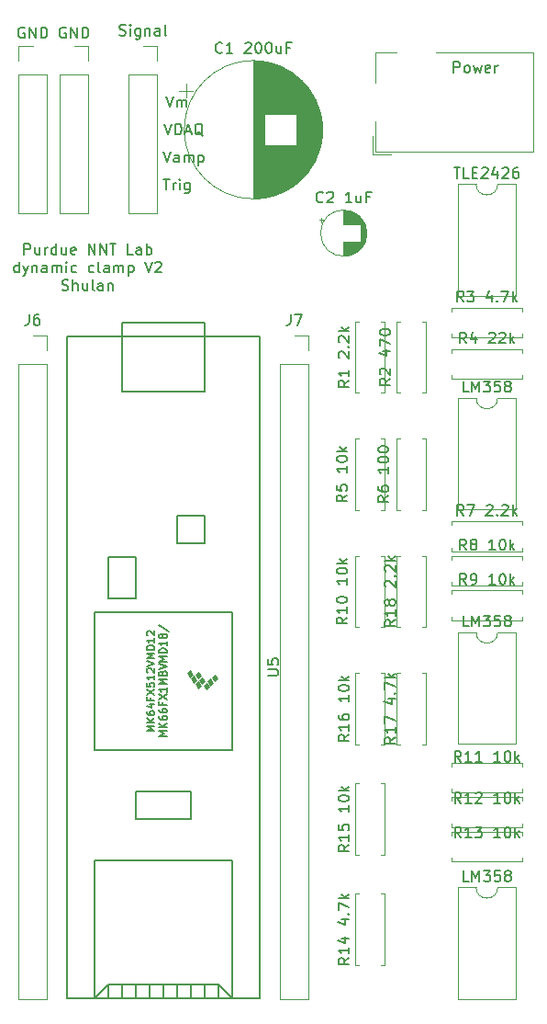
<source format=gbr>
%TF.GenerationSoftware,KiCad,Pcbnew,(5.1.10)-1*%
%TF.CreationDate,2022-09-02T22:27:05-04:00*%
%TF.ProjectId,dynamic clamp pcb,64796e61-6d69-4632-9063-6c616d702070,rev?*%
%TF.SameCoordinates,Original*%
%TF.FileFunction,Legend,Top*%
%TF.FilePolarity,Positive*%
%FSLAX46Y46*%
G04 Gerber Fmt 4.6, Leading zero omitted, Abs format (unit mm)*
G04 Created by KiCad (PCBNEW (5.1.10)-1) date 2022-09-02 22:27:05*
%MOMM*%
%LPD*%
G01*
G04 APERTURE LIST*
%ADD10C,0.150000*%
%ADD11C,0.120000*%
%ADD12C,0.100000*%
G04 APERTURE END LIST*
D10*
X37322857Y-102307380D02*
X37322857Y-101307380D01*
X37703809Y-101307380D01*
X37799047Y-101355000D01*
X37846666Y-101402619D01*
X37894285Y-101497857D01*
X37894285Y-101640714D01*
X37846666Y-101735952D01*
X37799047Y-101783571D01*
X37703809Y-101831190D01*
X37322857Y-101831190D01*
X38751428Y-101640714D02*
X38751428Y-102307380D01*
X38322857Y-101640714D02*
X38322857Y-102164523D01*
X38370476Y-102259761D01*
X38465714Y-102307380D01*
X38608571Y-102307380D01*
X38703809Y-102259761D01*
X38751428Y-102212142D01*
X39227619Y-102307380D02*
X39227619Y-101640714D01*
X39227619Y-101831190D02*
X39275238Y-101735952D01*
X39322857Y-101688333D01*
X39418095Y-101640714D01*
X39513333Y-101640714D01*
X40275238Y-102307380D02*
X40275238Y-101307380D01*
X40275238Y-102259761D02*
X40180000Y-102307380D01*
X39989523Y-102307380D01*
X39894285Y-102259761D01*
X39846666Y-102212142D01*
X39799047Y-102116904D01*
X39799047Y-101831190D01*
X39846666Y-101735952D01*
X39894285Y-101688333D01*
X39989523Y-101640714D01*
X40180000Y-101640714D01*
X40275238Y-101688333D01*
X41180000Y-101640714D02*
X41180000Y-102307380D01*
X40751428Y-101640714D02*
X40751428Y-102164523D01*
X40799047Y-102259761D01*
X40894285Y-102307380D01*
X41037142Y-102307380D01*
X41132380Y-102259761D01*
X41180000Y-102212142D01*
X42037142Y-102259761D02*
X41941904Y-102307380D01*
X41751428Y-102307380D01*
X41656190Y-102259761D01*
X41608571Y-102164523D01*
X41608571Y-101783571D01*
X41656190Y-101688333D01*
X41751428Y-101640714D01*
X41941904Y-101640714D01*
X42037142Y-101688333D01*
X42084761Y-101783571D01*
X42084761Y-101878809D01*
X41608571Y-101974047D01*
X43275238Y-102307380D02*
X43275238Y-101307380D01*
X43846666Y-102307380D01*
X43846666Y-101307380D01*
X44322857Y-102307380D02*
X44322857Y-101307380D01*
X44894285Y-102307380D01*
X44894285Y-101307380D01*
X45227619Y-101307380D02*
X45799047Y-101307380D01*
X45513333Y-102307380D02*
X45513333Y-101307380D01*
X47370476Y-102307380D02*
X46894285Y-102307380D01*
X46894285Y-101307380D01*
X48132380Y-102307380D02*
X48132380Y-101783571D01*
X48084761Y-101688333D01*
X47989523Y-101640714D01*
X47799047Y-101640714D01*
X47703809Y-101688333D01*
X48132380Y-102259761D02*
X48037142Y-102307380D01*
X47799047Y-102307380D01*
X47703809Y-102259761D01*
X47656190Y-102164523D01*
X47656190Y-102069285D01*
X47703809Y-101974047D01*
X47799047Y-101926428D01*
X48037142Y-101926428D01*
X48132380Y-101878809D01*
X48608571Y-102307380D02*
X48608571Y-101307380D01*
X48608571Y-101688333D02*
X48703809Y-101640714D01*
X48894285Y-101640714D01*
X48989523Y-101688333D01*
X49037142Y-101735952D01*
X49084761Y-101831190D01*
X49084761Y-102116904D01*
X49037142Y-102212142D01*
X48989523Y-102259761D01*
X48894285Y-102307380D01*
X48703809Y-102307380D01*
X48608571Y-102259761D01*
X36846666Y-103957380D02*
X36846666Y-102957380D01*
X36846666Y-103909761D02*
X36751428Y-103957380D01*
X36560952Y-103957380D01*
X36465714Y-103909761D01*
X36418095Y-103862142D01*
X36370476Y-103766904D01*
X36370476Y-103481190D01*
X36418095Y-103385952D01*
X36465714Y-103338333D01*
X36560952Y-103290714D01*
X36751428Y-103290714D01*
X36846666Y-103338333D01*
X37227619Y-103290714D02*
X37465714Y-103957380D01*
X37703809Y-103290714D02*
X37465714Y-103957380D01*
X37370476Y-104195476D01*
X37322857Y-104243095D01*
X37227619Y-104290714D01*
X38084761Y-103290714D02*
X38084761Y-103957380D01*
X38084761Y-103385952D02*
X38132380Y-103338333D01*
X38227619Y-103290714D01*
X38370476Y-103290714D01*
X38465714Y-103338333D01*
X38513333Y-103433571D01*
X38513333Y-103957380D01*
X39418095Y-103957380D02*
X39418095Y-103433571D01*
X39370476Y-103338333D01*
X39275238Y-103290714D01*
X39084761Y-103290714D01*
X38989523Y-103338333D01*
X39418095Y-103909761D02*
X39322857Y-103957380D01*
X39084761Y-103957380D01*
X38989523Y-103909761D01*
X38941904Y-103814523D01*
X38941904Y-103719285D01*
X38989523Y-103624047D01*
X39084761Y-103576428D01*
X39322857Y-103576428D01*
X39418095Y-103528809D01*
X39894285Y-103957380D02*
X39894285Y-103290714D01*
X39894285Y-103385952D02*
X39941904Y-103338333D01*
X40037142Y-103290714D01*
X40180000Y-103290714D01*
X40275238Y-103338333D01*
X40322857Y-103433571D01*
X40322857Y-103957380D01*
X40322857Y-103433571D02*
X40370476Y-103338333D01*
X40465714Y-103290714D01*
X40608571Y-103290714D01*
X40703809Y-103338333D01*
X40751428Y-103433571D01*
X40751428Y-103957380D01*
X41227619Y-103957380D02*
X41227619Y-103290714D01*
X41227619Y-102957380D02*
X41180000Y-103005000D01*
X41227619Y-103052619D01*
X41275238Y-103005000D01*
X41227619Y-102957380D01*
X41227619Y-103052619D01*
X42132380Y-103909761D02*
X42037142Y-103957380D01*
X41846666Y-103957380D01*
X41751428Y-103909761D01*
X41703809Y-103862142D01*
X41656190Y-103766904D01*
X41656190Y-103481190D01*
X41703809Y-103385952D01*
X41751428Y-103338333D01*
X41846666Y-103290714D01*
X42037142Y-103290714D01*
X42132380Y-103338333D01*
X43751428Y-103909761D02*
X43656190Y-103957380D01*
X43465714Y-103957380D01*
X43370476Y-103909761D01*
X43322857Y-103862142D01*
X43275238Y-103766904D01*
X43275238Y-103481190D01*
X43322857Y-103385952D01*
X43370476Y-103338333D01*
X43465714Y-103290714D01*
X43656190Y-103290714D01*
X43751428Y-103338333D01*
X44322857Y-103957380D02*
X44227619Y-103909761D01*
X44180000Y-103814523D01*
X44180000Y-102957380D01*
X45132380Y-103957380D02*
X45132380Y-103433571D01*
X45084761Y-103338333D01*
X44989523Y-103290714D01*
X44799047Y-103290714D01*
X44703809Y-103338333D01*
X45132380Y-103909761D02*
X45037142Y-103957380D01*
X44799047Y-103957380D01*
X44703809Y-103909761D01*
X44656190Y-103814523D01*
X44656190Y-103719285D01*
X44703809Y-103624047D01*
X44799047Y-103576428D01*
X45037142Y-103576428D01*
X45132380Y-103528809D01*
X45608571Y-103957380D02*
X45608571Y-103290714D01*
X45608571Y-103385952D02*
X45656190Y-103338333D01*
X45751428Y-103290714D01*
X45894285Y-103290714D01*
X45989523Y-103338333D01*
X46037142Y-103433571D01*
X46037142Y-103957380D01*
X46037142Y-103433571D02*
X46084761Y-103338333D01*
X46180000Y-103290714D01*
X46322857Y-103290714D01*
X46418095Y-103338333D01*
X46465714Y-103433571D01*
X46465714Y-103957380D01*
X46941904Y-103290714D02*
X46941904Y-104290714D01*
X46941904Y-103338333D02*
X47037142Y-103290714D01*
X47227619Y-103290714D01*
X47322857Y-103338333D01*
X47370476Y-103385952D01*
X47418095Y-103481190D01*
X47418095Y-103766904D01*
X47370476Y-103862142D01*
X47322857Y-103909761D01*
X47227619Y-103957380D01*
X47037142Y-103957380D01*
X46941904Y-103909761D01*
X48465714Y-102957380D02*
X48799047Y-103957380D01*
X49132380Y-102957380D01*
X49418095Y-103052619D02*
X49465714Y-103005000D01*
X49560952Y-102957380D01*
X49799047Y-102957380D01*
X49894285Y-103005000D01*
X49941904Y-103052619D01*
X49989523Y-103147857D01*
X49989523Y-103243095D01*
X49941904Y-103385952D01*
X49370476Y-103957380D01*
X49989523Y-103957380D01*
X40822857Y-105559761D02*
X40965714Y-105607380D01*
X41203809Y-105607380D01*
X41299047Y-105559761D01*
X41346666Y-105512142D01*
X41394285Y-105416904D01*
X41394285Y-105321666D01*
X41346666Y-105226428D01*
X41299047Y-105178809D01*
X41203809Y-105131190D01*
X41013333Y-105083571D01*
X40918095Y-105035952D01*
X40870476Y-104988333D01*
X40822857Y-104893095D01*
X40822857Y-104797857D01*
X40870476Y-104702619D01*
X40918095Y-104655000D01*
X41013333Y-104607380D01*
X41251428Y-104607380D01*
X41394285Y-104655000D01*
X41822857Y-105607380D02*
X41822857Y-104607380D01*
X42251428Y-105607380D02*
X42251428Y-105083571D01*
X42203809Y-104988333D01*
X42108571Y-104940714D01*
X41965714Y-104940714D01*
X41870476Y-104988333D01*
X41822857Y-105035952D01*
X43156190Y-104940714D02*
X43156190Y-105607380D01*
X42727619Y-104940714D02*
X42727619Y-105464523D01*
X42775238Y-105559761D01*
X42870476Y-105607380D01*
X43013333Y-105607380D01*
X43108571Y-105559761D01*
X43156190Y-105512142D01*
X43775238Y-105607380D02*
X43680000Y-105559761D01*
X43632380Y-105464523D01*
X43632380Y-104607380D01*
X44584761Y-105607380D02*
X44584761Y-105083571D01*
X44537142Y-104988333D01*
X44441904Y-104940714D01*
X44251428Y-104940714D01*
X44156190Y-104988333D01*
X44584761Y-105559761D02*
X44489523Y-105607380D01*
X44251428Y-105607380D01*
X44156190Y-105559761D01*
X44108571Y-105464523D01*
X44108571Y-105369285D01*
X44156190Y-105274047D01*
X44251428Y-105226428D01*
X44489523Y-105226428D01*
X44584761Y-105178809D01*
X45060952Y-104940714D02*
X45060952Y-105607380D01*
X45060952Y-105035952D02*
X45108571Y-104988333D01*
X45203809Y-104940714D01*
X45346666Y-104940714D01*
X45441904Y-104988333D01*
X45489523Y-105083571D01*
X45489523Y-105607380D01*
X50149285Y-95337380D02*
X50720714Y-95337380D01*
X50435000Y-96337380D02*
X50435000Y-95337380D01*
X51054047Y-96337380D02*
X51054047Y-95670714D01*
X51054047Y-95861190D02*
X51101666Y-95765952D01*
X51149285Y-95718333D01*
X51244523Y-95670714D01*
X51339761Y-95670714D01*
X51673095Y-96337380D02*
X51673095Y-95670714D01*
X51673095Y-95337380D02*
X51625476Y-95385000D01*
X51673095Y-95432619D01*
X51720714Y-95385000D01*
X51673095Y-95337380D01*
X51673095Y-95432619D01*
X52577857Y-95670714D02*
X52577857Y-96480238D01*
X52530238Y-96575476D01*
X52482619Y-96623095D01*
X52387380Y-96670714D01*
X52244523Y-96670714D01*
X52149285Y-96623095D01*
X52577857Y-96289761D02*
X52482619Y-96337380D01*
X52292142Y-96337380D01*
X52196904Y-96289761D01*
X52149285Y-96242142D01*
X52101666Y-96146904D01*
X52101666Y-95861190D01*
X52149285Y-95765952D01*
X52196904Y-95718333D01*
X52292142Y-95670714D01*
X52482619Y-95670714D01*
X52577857Y-95718333D01*
X50165238Y-92797380D02*
X50498571Y-93797380D01*
X50831904Y-92797380D01*
X51593809Y-93797380D02*
X51593809Y-93273571D01*
X51546190Y-93178333D01*
X51450952Y-93130714D01*
X51260476Y-93130714D01*
X51165238Y-93178333D01*
X51593809Y-93749761D02*
X51498571Y-93797380D01*
X51260476Y-93797380D01*
X51165238Y-93749761D01*
X51117619Y-93654523D01*
X51117619Y-93559285D01*
X51165238Y-93464047D01*
X51260476Y-93416428D01*
X51498571Y-93416428D01*
X51593809Y-93368809D01*
X52070000Y-93797380D02*
X52070000Y-93130714D01*
X52070000Y-93225952D02*
X52117619Y-93178333D01*
X52212857Y-93130714D01*
X52355714Y-93130714D01*
X52450952Y-93178333D01*
X52498571Y-93273571D01*
X52498571Y-93797380D01*
X52498571Y-93273571D02*
X52546190Y-93178333D01*
X52641428Y-93130714D01*
X52784285Y-93130714D01*
X52879523Y-93178333D01*
X52927142Y-93273571D01*
X52927142Y-93797380D01*
X53403333Y-93130714D02*
X53403333Y-94130714D01*
X53403333Y-93178333D02*
X53498571Y-93130714D01*
X53689047Y-93130714D01*
X53784285Y-93178333D01*
X53831904Y-93225952D01*
X53879523Y-93321190D01*
X53879523Y-93606904D01*
X53831904Y-93702142D01*
X53784285Y-93749761D01*
X53689047Y-93797380D01*
X53498571Y-93797380D01*
X53403333Y-93749761D01*
X50284285Y-90257380D02*
X50617619Y-91257380D01*
X50950952Y-90257380D01*
X51284285Y-91257380D02*
X51284285Y-90257380D01*
X51522380Y-90257380D01*
X51665238Y-90305000D01*
X51760476Y-90400238D01*
X51808095Y-90495476D01*
X51855714Y-90685952D01*
X51855714Y-90828809D01*
X51808095Y-91019285D01*
X51760476Y-91114523D01*
X51665238Y-91209761D01*
X51522380Y-91257380D01*
X51284285Y-91257380D01*
X52236666Y-90971666D02*
X52712857Y-90971666D01*
X52141428Y-91257380D02*
X52474761Y-90257380D01*
X52808095Y-91257380D01*
X53808095Y-91352619D02*
X53712857Y-91305000D01*
X53617619Y-91209761D01*
X53474761Y-91066904D01*
X53379523Y-91019285D01*
X53284285Y-91019285D01*
X53331904Y-91257380D02*
X53236666Y-91209761D01*
X53141428Y-91114523D01*
X53093809Y-90924047D01*
X53093809Y-90590714D01*
X53141428Y-90400238D01*
X53236666Y-90305000D01*
X53331904Y-90257380D01*
X53522380Y-90257380D01*
X53617619Y-90305000D01*
X53712857Y-90400238D01*
X53760476Y-90590714D01*
X53760476Y-90924047D01*
X53712857Y-91114523D01*
X53617619Y-91209761D01*
X53522380Y-91257380D01*
X53331904Y-91257380D01*
X50435000Y-87717380D02*
X50768333Y-88717380D01*
X51101666Y-87717380D01*
X51435000Y-88717380D02*
X51435000Y-88050714D01*
X51435000Y-88145952D02*
X51482619Y-88098333D01*
X51577857Y-88050714D01*
X51720714Y-88050714D01*
X51815952Y-88098333D01*
X51863571Y-88193571D01*
X51863571Y-88717380D01*
X51863571Y-88193571D02*
X51911190Y-88098333D01*
X52006428Y-88050714D01*
X52149285Y-88050714D01*
X52244523Y-88098333D01*
X52292142Y-88193571D01*
X52292142Y-88717380D01*
D11*
%TO.C,R11 10k*%
X76740000Y-149455000D02*
X76740000Y-149125000D01*
X76740000Y-149125000D02*
X83280000Y-149125000D01*
X83280000Y-149125000D02*
X83280000Y-149455000D01*
X76740000Y-151535000D02*
X76740000Y-151865000D01*
X76740000Y-151865000D02*
X83280000Y-151865000D01*
X83280000Y-151865000D02*
X83280000Y-151535000D01*
%TO.C,C1 200uF*%
X52267918Y-86605000D02*
X52267918Y-87855000D01*
X51642918Y-87230000D02*
X52892918Y-87230000D01*
X64821000Y-90488000D02*
X64821000Y-91122000D01*
X64781000Y-90048000D02*
X64781000Y-91562000D01*
X64741000Y-89777000D02*
X64741000Y-91833000D01*
X64701000Y-89564000D02*
X64701000Y-92046000D01*
X64661000Y-89383000D02*
X64661000Y-92227000D01*
X64621000Y-89222000D02*
X64621000Y-92388000D01*
X64581000Y-89077000D02*
X64581000Y-92533000D01*
X64541000Y-88944000D02*
X64541000Y-92666000D01*
X64501000Y-88821000D02*
X64501000Y-92789000D01*
X64461000Y-88705000D02*
X64461000Y-92905000D01*
X64421000Y-88596000D02*
X64421000Y-93014000D01*
X64381000Y-88493000D02*
X64381000Y-93117000D01*
X64341000Y-88395000D02*
X64341000Y-93215000D01*
X64301000Y-88301000D02*
X64301000Y-93309000D01*
X64261000Y-88211000D02*
X64261000Y-93399000D01*
X64221000Y-88124000D02*
X64221000Y-93486000D01*
X64181000Y-88041000D02*
X64181000Y-93569000D01*
X64141000Y-87961000D02*
X64141000Y-93649000D01*
X64101000Y-87884000D02*
X64101000Y-93726000D01*
X64061000Y-87809000D02*
X64061000Y-93801000D01*
X64021000Y-87736000D02*
X64021000Y-93874000D01*
X63981000Y-87665000D02*
X63981000Y-93945000D01*
X63941000Y-87597000D02*
X63941000Y-94013000D01*
X63901000Y-87530000D02*
X63901000Y-94080000D01*
X63861000Y-87466000D02*
X63861000Y-94144000D01*
X63821000Y-87403000D02*
X63821000Y-94207000D01*
X63781000Y-87341000D02*
X63781000Y-94269000D01*
X63741000Y-87281000D02*
X63741000Y-94329000D01*
X63701000Y-87222000D02*
X63701000Y-94388000D01*
X63661000Y-87165000D02*
X63661000Y-94445000D01*
X63621000Y-87109000D02*
X63621000Y-94501000D01*
X63581000Y-87055000D02*
X63581000Y-94555000D01*
X63541000Y-87001000D02*
X63541000Y-94609000D01*
X63501000Y-86949000D02*
X63501000Y-94661000D01*
X63461000Y-86898000D02*
X63461000Y-94712000D01*
X63421000Y-86848000D02*
X63421000Y-94762000D01*
X63381000Y-86798000D02*
X63381000Y-94812000D01*
X63341000Y-86750000D02*
X63341000Y-94860000D01*
X63301000Y-86703000D02*
X63301000Y-94907000D01*
X63261000Y-86657000D02*
X63261000Y-94953000D01*
X63221000Y-86611000D02*
X63221000Y-94999000D01*
X63181000Y-86567000D02*
X63181000Y-95043000D01*
X63141000Y-86523000D02*
X63141000Y-95087000D01*
X63101000Y-86480000D02*
X63101000Y-95130000D01*
X63061000Y-86438000D02*
X63061000Y-95172000D01*
X63021000Y-86397000D02*
X63021000Y-95213000D01*
X62981000Y-86356000D02*
X62981000Y-95254000D01*
X62941000Y-86316000D02*
X62941000Y-95294000D01*
X62901000Y-86277000D02*
X62901000Y-95333000D01*
X62861000Y-86238000D02*
X62861000Y-95372000D01*
X62821000Y-86200000D02*
X62821000Y-95410000D01*
X62781000Y-86163000D02*
X62781000Y-95447000D01*
X62741000Y-86127000D02*
X62741000Y-95483000D01*
X62701000Y-86091000D02*
X62701000Y-95519000D01*
X62661000Y-86055000D02*
X62661000Y-95555000D01*
X62621000Y-86020000D02*
X62621000Y-95590000D01*
X62581000Y-85986000D02*
X62581000Y-95624000D01*
X62541000Y-85953000D02*
X62541000Y-95657000D01*
X62501000Y-85920000D02*
X62501000Y-95690000D01*
X62461000Y-85887000D02*
X62461000Y-95723000D01*
X62421000Y-85855000D02*
X62421000Y-95755000D01*
X62381000Y-92245000D02*
X62381000Y-95787000D01*
X62381000Y-85823000D02*
X62381000Y-89365000D01*
X62341000Y-92245000D02*
X62341000Y-95817000D01*
X62341000Y-85793000D02*
X62341000Y-89365000D01*
X62301000Y-92245000D02*
X62301000Y-95848000D01*
X62301000Y-85762000D02*
X62301000Y-89365000D01*
X62261000Y-92245000D02*
X62261000Y-95878000D01*
X62261000Y-85732000D02*
X62261000Y-89365000D01*
X62221000Y-92245000D02*
X62221000Y-95907000D01*
X62221000Y-85703000D02*
X62221000Y-89365000D01*
X62181000Y-92245000D02*
X62181000Y-95936000D01*
X62181000Y-85674000D02*
X62181000Y-89365000D01*
X62141000Y-92245000D02*
X62141000Y-95965000D01*
X62141000Y-85645000D02*
X62141000Y-89365000D01*
X62101000Y-92245000D02*
X62101000Y-95993000D01*
X62101000Y-85617000D02*
X62101000Y-89365000D01*
X62061000Y-92245000D02*
X62061000Y-96021000D01*
X62061000Y-85589000D02*
X62061000Y-89365000D01*
X62021000Y-92245000D02*
X62021000Y-96048000D01*
X62021000Y-85562000D02*
X62021000Y-89365000D01*
X61981000Y-92245000D02*
X61981000Y-96075000D01*
X61981000Y-85535000D02*
X61981000Y-89365000D01*
X61941000Y-92245000D02*
X61941000Y-96101000D01*
X61941000Y-85509000D02*
X61941000Y-89365000D01*
X61901000Y-92245000D02*
X61901000Y-96127000D01*
X61901000Y-85483000D02*
X61901000Y-89365000D01*
X61861000Y-92245000D02*
X61861000Y-96152000D01*
X61861000Y-85458000D02*
X61861000Y-89365000D01*
X61821000Y-92245000D02*
X61821000Y-96177000D01*
X61821000Y-85433000D02*
X61821000Y-89365000D01*
X61781000Y-92245000D02*
X61781000Y-96202000D01*
X61781000Y-85408000D02*
X61781000Y-89365000D01*
X61741000Y-92245000D02*
X61741000Y-96226000D01*
X61741000Y-85384000D02*
X61741000Y-89365000D01*
X61701000Y-92245000D02*
X61701000Y-96250000D01*
X61701000Y-85360000D02*
X61701000Y-89365000D01*
X61661000Y-92245000D02*
X61661000Y-96273000D01*
X61661000Y-85337000D02*
X61661000Y-89365000D01*
X61621000Y-92245000D02*
X61621000Y-96296000D01*
X61621000Y-85314000D02*
X61621000Y-89365000D01*
X61581000Y-92245000D02*
X61581000Y-96319000D01*
X61581000Y-85291000D02*
X61581000Y-89365000D01*
X61541000Y-92245000D02*
X61541000Y-96341000D01*
X61541000Y-85269000D02*
X61541000Y-89365000D01*
X61501000Y-92245000D02*
X61501000Y-96363000D01*
X61501000Y-85247000D02*
X61501000Y-89365000D01*
X61461000Y-92245000D02*
X61461000Y-96385000D01*
X61461000Y-85225000D02*
X61461000Y-89365000D01*
X61421000Y-92245000D02*
X61421000Y-96406000D01*
X61421000Y-85204000D02*
X61421000Y-89365000D01*
X61381000Y-92245000D02*
X61381000Y-96427000D01*
X61381000Y-85183000D02*
X61381000Y-89365000D01*
X61341000Y-92245000D02*
X61341000Y-96447000D01*
X61341000Y-85163000D02*
X61341000Y-89365000D01*
X61301000Y-92245000D02*
X61301000Y-96467000D01*
X61301000Y-85143000D02*
X61301000Y-89365000D01*
X61261000Y-92245000D02*
X61261000Y-96487000D01*
X61261000Y-85123000D02*
X61261000Y-89365000D01*
X61221000Y-92245000D02*
X61221000Y-96507000D01*
X61221000Y-85103000D02*
X61221000Y-89365000D01*
X61181000Y-92245000D02*
X61181000Y-96526000D01*
X61181000Y-85084000D02*
X61181000Y-89365000D01*
X61141000Y-92245000D02*
X61141000Y-96544000D01*
X61141000Y-85066000D02*
X61141000Y-89365000D01*
X61101000Y-92245000D02*
X61101000Y-96563000D01*
X61101000Y-85047000D02*
X61101000Y-89365000D01*
X61061000Y-92245000D02*
X61061000Y-96581000D01*
X61061000Y-85029000D02*
X61061000Y-89365000D01*
X61021000Y-92245000D02*
X61021000Y-96598000D01*
X61021000Y-85012000D02*
X61021000Y-89365000D01*
X60981000Y-92245000D02*
X60981000Y-96616000D01*
X60981000Y-84994000D02*
X60981000Y-89365000D01*
X60941000Y-92245000D02*
X60941000Y-96633000D01*
X60941000Y-84977000D02*
X60941000Y-89365000D01*
X60901000Y-92245000D02*
X60901000Y-96650000D01*
X60901000Y-84960000D02*
X60901000Y-89365000D01*
X60861000Y-92245000D02*
X60861000Y-96666000D01*
X60861000Y-84944000D02*
X60861000Y-89365000D01*
X60821000Y-92245000D02*
X60821000Y-96682000D01*
X60821000Y-84928000D02*
X60821000Y-89365000D01*
X60781000Y-92245000D02*
X60781000Y-96698000D01*
X60781000Y-84912000D02*
X60781000Y-89365000D01*
X60741000Y-92245000D02*
X60741000Y-96713000D01*
X60741000Y-84897000D02*
X60741000Y-89365000D01*
X60701000Y-92245000D02*
X60701000Y-96729000D01*
X60701000Y-84881000D02*
X60701000Y-89365000D01*
X60661000Y-92245000D02*
X60661000Y-96744000D01*
X60661000Y-84866000D02*
X60661000Y-89365000D01*
X60621000Y-92245000D02*
X60621000Y-96758000D01*
X60621000Y-84852000D02*
X60621000Y-89365000D01*
X60581000Y-92245000D02*
X60581000Y-96772000D01*
X60581000Y-84838000D02*
X60581000Y-89365000D01*
X60541000Y-92245000D02*
X60541000Y-96786000D01*
X60541000Y-84824000D02*
X60541000Y-89365000D01*
X60501000Y-92245000D02*
X60501000Y-96800000D01*
X60501000Y-84810000D02*
X60501000Y-89365000D01*
X60461000Y-92245000D02*
X60461000Y-96813000D01*
X60461000Y-84797000D02*
X60461000Y-89365000D01*
X60421000Y-92245000D02*
X60421000Y-96826000D01*
X60421000Y-84784000D02*
X60421000Y-89365000D01*
X60381000Y-92245000D02*
X60381000Y-96839000D01*
X60381000Y-84771000D02*
X60381000Y-89365000D01*
X60341000Y-92245000D02*
X60341000Y-96852000D01*
X60341000Y-84758000D02*
X60341000Y-89365000D01*
X60301000Y-92245000D02*
X60301000Y-96864000D01*
X60301000Y-84746000D02*
X60301000Y-89365000D01*
X60261000Y-92245000D02*
X60261000Y-96876000D01*
X60261000Y-84734000D02*
X60261000Y-89365000D01*
X60221000Y-92245000D02*
X60221000Y-96888000D01*
X60221000Y-84722000D02*
X60221000Y-89365000D01*
X60181000Y-92245000D02*
X60181000Y-96899000D01*
X60181000Y-84711000D02*
X60181000Y-89365000D01*
X60141000Y-92245000D02*
X60141000Y-96910000D01*
X60141000Y-84700000D02*
X60141000Y-89365000D01*
X60101000Y-92245000D02*
X60101000Y-96921000D01*
X60101000Y-84689000D02*
X60101000Y-89365000D01*
X60061000Y-92245000D02*
X60061000Y-96931000D01*
X60061000Y-84679000D02*
X60061000Y-89365000D01*
X60021000Y-92245000D02*
X60021000Y-96942000D01*
X60021000Y-84668000D02*
X60021000Y-89365000D01*
X59981000Y-92245000D02*
X59981000Y-96951000D01*
X59981000Y-84659000D02*
X59981000Y-89365000D01*
X59941000Y-92245000D02*
X59941000Y-96961000D01*
X59941000Y-84649000D02*
X59941000Y-89365000D01*
X59901000Y-92245000D02*
X59901000Y-96971000D01*
X59901000Y-84639000D02*
X59901000Y-89365000D01*
X59861000Y-92245000D02*
X59861000Y-96980000D01*
X59861000Y-84630000D02*
X59861000Y-89365000D01*
X59821000Y-92245000D02*
X59821000Y-96989000D01*
X59821000Y-84621000D02*
X59821000Y-89365000D01*
X59781000Y-92245000D02*
X59781000Y-96997000D01*
X59781000Y-84613000D02*
X59781000Y-89365000D01*
X59741000Y-92245000D02*
X59741000Y-97006000D01*
X59741000Y-84604000D02*
X59741000Y-89365000D01*
X59701000Y-92245000D02*
X59701000Y-97014000D01*
X59701000Y-84596000D02*
X59701000Y-89365000D01*
X59661000Y-92245000D02*
X59661000Y-97021000D01*
X59661000Y-84589000D02*
X59661000Y-89365000D01*
X59621000Y-92245000D02*
X59621000Y-97029000D01*
X59621000Y-84581000D02*
X59621000Y-89365000D01*
X59581000Y-92245000D02*
X59581000Y-97036000D01*
X59581000Y-84574000D02*
X59581000Y-89365000D01*
X59541000Y-92245000D02*
X59541000Y-97043000D01*
X59541000Y-84567000D02*
X59541000Y-89365000D01*
X59501000Y-84560000D02*
X59501000Y-97050000D01*
X59461000Y-84553000D02*
X59461000Y-97057000D01*
X59421000Y-84547000D02*
X59421000Y-97063000D01*
X59381000Y-84541000D02*
X59381000Y-97069000D01*
X59341000Y-84536000D02*
X59341000Y-97074000D01*
X59301000Y-84530000D02*
X59301000Y-97080000D01*
X59261000Y-84525000D02*
X59261000Y-97085000D01*
X59221000Y-84520000D02*
X59221000Y-97090000D01*
X59181000Y-84515000D02*
X59181000Y-97095000D01*
X59140000Y-84511000D02*
X59140000Y-97099000D01*
X59100000Y-84507000D02*
X59100000Y-97103000D01*
X59060000Y-84503000D02*
X59060000Y-97107000D01*
X59020000Y-84499000D02*
X59020000Y-97111000D01*
X58980000Y-84496000D02*
X58980000Y-97114000D01*
X58940000Y-84493000D02*
X58940000Y-97117000D01*
X58900000Y-84490000D02*
X58900000Y-97120000D01*
X58860000Y-84487000D02*
X58860000Y-97123000D01*
X58820000Y-84485000D02*
X58820000Y-97125000D01*
X58780000Y-84483000D02*
X58780000Y-97127000D01*
X58740000Y-84481000D02*
X58740000Y-97129000D01*
X58700000Y-84479000D02*
X58700000Y-97131000D01*
X58660000Y-84478000D02*
X58660000Y-97132000D01*
X58620000Y-84477000D02*
X58620000Y-97133000D01*
X58580000Y-84476000D02*
X58580000Y-97134000D01*
X58540000Y-84475000D02*
X58540000Y-97135000D01*
X58500000Y-84475000D02*
X58500000Y-97135000D01*
X58460000Y-84475000D02*
X58460000Y-97135000D01*
X64830000Y-90805000D02*
G75*
G03*
X64830000Y-90805000I-6370000J0D01*
G01*
%TO.C,C2 1uF*%
X64720199Y-98935000D02*
X64720199Y-99335000D01*
X64520199Y-99135000D02*
X64920199Y-99135000D01*
X68871000Y-99960000D02*
X68871000Y-100700000D01*
X68831000Y-99793000D02*
X68831000Y-100867000D01*
X68791000Y-99666000D02*
X68791000Y-100994000D01*
X68751000Y-99562000D02*
X68751000Y-101098000D01*
X68711000Y-99471000D02*
X68711000Y-101189000D01*
X68671000Y-99390000D02*
X68671000Y-101270000D01*
X68631000Y-99317000D02*
X68631000Y-101343000D01*
X68591000Y-99250000D02*
X68591000Y-101410000D01*
X68551000Y-99188000D02*
X68551000Y-101472000D01*
X68511000Y-99130000D02*
X68511000Y-101530000D01*
X68471000Y-99076000D02*
X68471000Y-101584000D01*
X68431000Y-99026000D02*
X68431000Y-101634000D01*
X68391000Y-98979000D02*
X68391000Y-101681000D01*
X68351000Y-101170000D02*
X68351000Y-101726000D01*
X68351000Y-98934000D02*
X68351000Y-99490000D01*
X68311000Y-101170000D02*
X68311000Y-101768000D01*
X68311000Y-98892000D02*
X68311000Y-99490000D01*
X68271000Y-101170000D02*
X68271000Y-101808000D01*
X68271000Y-98852000D02*
X68271000Y-99490000D01*
X68231000Y-101170000D02*
X68231000Y-101846000D01*
X68231000Y-98814000D02*
X68231000Y-99490000D01*
X68191000Y-101170000D02*
X68191000Y-101882000D01*
X68191000Y-98778000D02*
X68191000Y-99490000D01*
X68151000Y-101170000D02*
X68151000Y-101917000D01*
X68151000Y-98743000D02*
X68151000Y-99490000D01*
X68111000Y-101170000D02*
X68111000Y-101949000D01*
X68111000Y-98711000D02*
X68111000Y-99490000D01*
X68071000Y-101170000D02*
X68071000Y-101980000D01*
X68071000Y-98680000D02*
X68071000Y-99490000D01*
X68031000Y-101170000D02*
X68031000Y-102010000D01*
X68031000Y-98650000D02*
X68031000Y-99490000D01*
X67991000Y-101170000D02*
X67991000Y-102038000D01*
X67991000Y-98622000D02*
X67991000Y-99490000D01*
X67951000Y-101170000D02*
X67951000Y-102065000D01*
X67951000Y-98595000D02*
X67951000Y-99490000D01*
X67911000Y-101170000D02*
X67911000Y-102090000D01*
X67911000Y-98570000D02*
X67911000Y-99490000D01*
X67871000Y-101170000D02*
X67871000Y-102115000D01*
X67871000Y-98545000D02*
X67871000Y-99490000D01*
X67831000Y-101170000D02*
X67831000Y-102138000D01*
X67831000Y-98522000D02*
X67831000Y-99490000D01*
X67791000Y-101170000D02*
X67791000Y-102160000D01*
X67791000Y-98500000D02*
X67791000Y-99490000D01*
X67751000Y-101170000D02*
X67751000Y-102181000D01*
X67751000Y-98479000D02*
X67751000Y-99490000D01*
X67711000Y-101170000D02*
X67711000Y-102200000D01*
X67711000Y-98460000D02*
X67711000Y-99490000D01*
X67671000Y-101170000D02*
X67671000Y-102219000D01*
X67671000Y-98441000D02*
X67671000Y-99490000D01*
X67631000Y-101170000D02*
X67631000Y-102237000D01*
X67631000Y-98423000D02*
X67631000Y-99490000D01*
X67591000Y-101170000D02*
X67591000Y-102254000D01*
X67591000Y-98406000D02*
X67591000Y-99490000D01*
X67551000Y-101170000D02*
X67551000Y-102270000D01*
X67551000Y-98390000D02*
X67551000Y-99490000D01*
X67511000Y-101170000D02*
X67511000Y-102284000D01*
X67511000Y-98376000D02*
X67511000Y-99490000D01*
X67470000Y-101170000D02*
X67470000Y-102298000D01*
X67470000Y-98362000D02*
X67470000Y-99490000D01*
X67430000Y-101170000D02*
X67430000Y-102312000D01*
X67430000Y-98348000D02*
X67430000Y-99490000D01*
X67390000Y-101170000D02*
X67390000Y-102324000D01*
X67390000Y-98336000D02*
X67390000Y-99490000D01*
X67350000Y-101170000D02*
X67350000Y-102335000D01*
X67350000Y-98325000D02*
X67350000Y-99490000D01*
X67310000Y-101170000D02*
X67310000Y-102346000D01*
X67310000Y-98314000D02*
X67310000Y-99490000D01*
X67270000Y-101170000D02*
X67270000Y-102355000D01*
X67270000Y-98305000D02*
X67270000Y-99490000D01*
X67230000Y-101170000D02*
X67230000Y-102364000D01*
X67230000Y-98296000D02*
X67230000Y-99490000D01*
X67190000Y-101170000D02*
X67190000Y-102372000D01*
X67190000Y-98288000D02*
X67190000Y-99490000D01*
X67150000Y-101170000D02*
X67150000Y-102380000D01*
X67150000Y-98280000D02*
X67150000Y-99490000D01*
X67110000Y-101170000D02*
X67110000Y-102386000D01*
X67110000Y-98274000D02*
X67110000Y-99490000D01*
X67070000Y-101170000D02*
X67070000Y-102392000D01*
X67070000Y-98268000D02*
X67070000Y-99490000D01*
X67030000Y-101170000D02*
X67030000Y-102397000D01*
X67030000Y-98263000D02*
X67030000Y-99490000D01*
X66990000Y-101170000D02*
X66990000Y-102401000D01*
X66990000Y-98259000D02*
X66990000Y-99490000D01*
X66950000Y-101170000D02*
X66950000Y-102404000D01*
X66950000Y-98256000D02*
X66950000Y-99490000D01*
X66910000Y-101170000D02*
X66910000Y-102407000D01*
X66910000Y-98253000D02*
X66910000Y-99490000D01*
X66870000Y-98251000D02*
X66870000Y-99490000D01*
X66870000Y-101170000D02*
X66870000Y-102409000D01*
X66830000Y-98250000D02*
X66830000Y-99490000D01*
X66830000Y-101170000D02*
X66830000Y-102410000D01*
X66790000Y-98250000D02*
X66790000Y-99490000D01*
X66790000Y-101170000D02*
X66790000Y-102410000D01*
X68910000Y-100330000D02*
G75*
G03*
X68910000Y-100330000I-2120000J0D01*
G01*
%TO.C,GND*%
X36770000Y-83125000D02*
X38100000Y-83125000D01*
X36770000Y-84455000D02*
X36770000Y-83125000D01*
X36770000Y-85725000D02*
X39430000Y-85725000D01*
X39430000Y-85725000D02*
X39430000Y-98485000D01*
X36770000Y-85725000D02*
X36770000Y-98485000D01*
X36770000Y-98485000D02*
X39430000Y-98485000D01*
%TO.C,Power*%
X69445000Y-93105000D02*
X69445000Y-91365000D01*
X71185000Y-93105000D02*
X69445000Y-93105000D01*
X69685000Y-83665000D02*
X71685000Y-83665000D01*
X69685000Y-86465000D02*
X69685000Y-83665000D01*
X69685000Y-92865000D02*
X69685000Y-90065000D01*
X84285000Y-92865000D02*
X69685000Y-92865000D01*
X84285000Y-83665000D02*
X84285000Y-92865000D01*
X75285000Y-83665000D02*
X84285000Y-83665000D01*
%TO.C,Signal*%
X46930000Y-85725000D02*
X49590000Y-85725000D01*
X46930000Y-85725000D02*
X46930000Y-98485000D01*
X46930000Y-98485000D02*
X49590000Y-98485000D01*
X49590000Y-85725000D02*
X49590000Y-98485000D01*
X49590000Y-83125000D02*
X49590000Y-84455000D01*
X48260000Y-83125000D02*
X49590000Y-83125000D01*
%TO.C,J6*%
X38100000Y-109795000D02*
X39430000Y-109795000D01*
X39430000Y-109795000D02*
X39430000Y-111125000D01*
X39430000Y-112395000D02*
X39430000Y-170875000D01*
X36770000Y-170875000D02*
X39430000Y-170875000D01*
X36770000Y-112395000D02*
X36770000Y-170875000D01*
X36770000Y-112395000D02*
X39430000Y-112395000D01*
%TO.C,J7*%
X60900000Y-112395000D02*
X63560000Y-112395000D01*
X60900000Y-112395000D02*
X60900000Y-170875000D01*
X60900000Y-170875000D02*
X63560000Y-170875000D01*
X63560000Y-112395000D02*
X63560000Y-170875000D01*
X63560000Y-109795000D02*
X63560000Y-111125000D01*
X62230000Y-109795000D02*
X63560000Y-109795000D01*
%TO.C,GND*%
X41910000Y-83125000D02*
X43240000Y-83125000D01*
X43240000Y-83125000D02*
X43240000Y-84455000D01*
X43240000Y-85725000D02*
X43240000Y-98485000D01*
X40580000Y-98485000D02*
X43240000Y-98485000D01*
X40580000Y-85725000D02*
X40580000Y-98485000D01*
X40580000Y-85725000D02*
X43240000Y-85725000D01*
%TO.C,R1 2.2k*%
X68175000Y-115030000D02*
X67845000Y-115030000D01*
X67845000Y-115030000D02*
X67845000Y-108490000D01*
X67845000Y-108490000D02*
X68175000Y-108490000D01*
X70255000Y-115030000D02*
X70585000Y-115030000D01*
X70585000Y-115030000D02*
X70585000Y-108490000D01*
X70585000Y-108490000D02*
X70255000Y-108490000D01*
%TO.C,R2 470*%
X71985000Y-115030000D02*
X71655000Y-115030000D01*
X71655000Y-115030000D02*
X71655000Y-108490000D01*
X71655000Y-108490000D02*
X71985000Y-108490000D01*
X74065000Y-115030000D02*
X74395000Y-115030000D01*
X74395000Y-115030000D02*
X74395000Y-108490000D01*
X74395000Y-108490000D02*
X74065000Y-108490000D01*
%TO.C,R3 4.7k*%
X83280000Y-109955000D02*
X83280000Y-109625000D01*
X76740000Y-109955000D02*
X83280000Y-109955000D01*
X76740000Y-109625000D02*
X76740000Y-109955000D01*
X83280000Y-107215000D02*
X83280000Y-107545000D01*
X76740000Y-107215000D02*
X83280000Y-107215000D01*
X76740000Y-107545000D02*
X76740000Y-107215000D01*
%TO.C,R4 22k*%
X83280000Y-113765000D02*
X83280000Y-113435000D01*
X76740000Y-113765000D02*
X83280000Y-113765000D01*
X76740000Y-113435000D02*
X76740000Y-113765000D01*
X83280000Y-111025000D02*
X83280000Y-111355000D01*
X76740000Y-111025000D02*
X83280000Y-111025000D01*
X76740000Y-111355000D02*
X76740000Y-111025000D01*
%TO.C,R5 10k*%
X70255000Y-119285000D02*
X70585000Y-119285000D01*
X70585000Y-119285000D02*
X70585000Y-125825000D01*
X70585000Y-125825000D02*
X70255000Y-125825000D01*
X68175000Y-119285000D02*
X67845000Y-119285000D01*
X67845000Y-119285000D02*
X67845000Y-125825000D01*
X67845000Y-125825000D02*
X68175000Y-125825000D01*
%TO.C,R6 100*%
X71655000Y-125825000D02*
X71985000Y-125825000D01*
X71655000Y-119285000D02*
X71655000Y-125825000D01*
X71985000Y-119285000D02*
X71655000Y-119285000D01*
X74395000Y-125825000D02*
X74065000Y-125825000D01*
X74395000Y-119285000D02*
X74395000Y-125825000D01*
X74065000Y-119285000D02*
X74395000Y-119285000D01*
%TO.C,R7 2.2k*%
X76740000Y-127230000D02*
X76740000Y-126900000D01*
X76740000Y-126900000D02*
X83280000Y-126900000D01*
X83280000Y-126900000D02*
X83280000Y-127230000D01*
X76740000Y-129310000D02*
X76740000Y-129640000D01*
X76740000Y-129640000D02*
X83280000Y-129640000D01*
X83280000Y-129640000D02*
X83280000Y-129310000D01*
%TO.C,R8 10k*%
X83280000Y-132815000D02*
X83280000Y-132485000D01*
X76740000Y-132815000D02*
X83280000Y-132815000D01*
X76740000Y-132485000D02*
X76740000Y-132815000D01*
X83280000Y-130075000D02*
X83280000Y-130405000D01*
X76740000Y-130075000D02*
X83280000Y-130075000D01*
X76740000Y-130405000D02*
X76740000Y-130075000D01*
%TO.C,R9 10k*%
X83280000Y-135990000D02*
X83280000Y-135660000D01*
X76740000Y-135990000D02*
X83280000Y-135990000D01*
X76740000Y-135660000D02*
X76740000Y-135990000D01*
X83280000Y-133250000D02*
X83280000Y-133580000D01*
X76740000Y-133250000D02*
X83280000Y-133250000D01*
X76740000Y-133580000D02*
X76740000Y-133250000D01*
%TO.C,R10 10k*%
X70255000Y-130080000D02*
X70585000Y-130080000D01*
X70585000Y-130080000D02*
X70585000Y-136620000D01*
X70585000Y-136620000D02*
X70255000Y-136620000D01*
X68175000Y-130080000D02*
X67845000Y-130080000D01*
X67845000Y-130080000D02*
X67845000Y-136620000D01*
X67845000Y-136620000D02*
X68175000Y-136620000D01*
%TO.C,R12 10k*%
X76740000Y-152300000D02*
X76740000Y-152630000D01*
X83280000Y-152300000D02*
X76740000Y-152300000D01*
X83280000Y-152630000D02*
X83280000Y-152300000D01*
X76740000Y-155040000D02*
X76740000Y-154710000D01*
X83280000Y-155040000D02*
X76740000Y-155040000D01*
X83280000Y-154710000D02*
X83280000Y-155040000D01*
%TO.C,R13 10k*%
X76740000Y-155805000D02*
X76740000Y-155475000D01*
X76740000Y-155475000D02*
X83280000Y-155475000D01*
X83280000Y-155475000D02*
X83280000Y-155805000D01*
X76740000Y-157885000D02*
X76740000Y-158215000D01*
X76740000Y-158215000D02*
X83280000Y-158215000D01*
X83280000Y-158215000D02*
X83280000Y-157885000D01*
%TO.C,R14 4.7k*%
X70585000Y-161195000D02*
X70255000Y-161195000D01*
X70585000Y-167735000D02*
X70585000Y-161195000D01*
X70255000Y-167735000D02*
X70585000Y-167735000D01*
X67845000Y-161195000D02*
X68175000Y-161195000D01*
X67845000Y-167735000D02*
X67845000Y-161195000D01*
X68175000Y-167735000D02*
X67845000Y-167735000D01*
%TO.C,R15 10k*%
X70585000Y-151035000D02*
X70255000Y-151035000D01*
X70585000Y-157575000D02*
X70585000Y-151035000D01*
X70255000Y-157575000D02*
X70585000Y-157575000D01*
X67845000Y-151035000D02*
X68175000Y-151035000D01*
X67845000Y-157575000D02*
X67845000Y-151035000D01*
X68175000Y-157575000D02*
X67845000Y-157575000D01*
%TO.C,R16 10k*%
X70585000Y-140875000D02*
X70255000Y-140875000D01*
X70585000Y-147415000D02*
X70585000Y-140875000D01*
X70255000Y-147415000D02*
X70585000Y-147415000D01*
X67845000Y-140875000D02*
X68175000Y-140875000D01*
X67845000Y-147415000D02*
X67845000Y-140875000D01*
X68175000Y-147415000D02*
X67845000Y-147415000D01*
%TO.C,R17 4.7k*%
X74065000Y-140875000D02*
X74395000Y-140875000D01*
X74395000Y-140875000D02*
X74395000Y-147415000D01*
X74395000Y-147415000D02*
X74065000Y-147415000D01*
X71985000Y-140875000D02*
X71655000Y-140875000D01*
X71655000Y-140875000D02*
X71655000Y-147415000D01*
X71655000Y-147415000D02*
X71985000Y-147415000D01*
%TO.C,R18 2.2k*%
X74065000Y-130080000D02*
X74395000Y-130080000D01*
X74395000Y-130080000D02*
X74395000Y-136620000D01*
X74395000Y-136620000D02*
X74065000Y-136620000D01*
X71985000Y-130080000D02*
X71655000Y-130080000D01*
X71655000Y-130080000D02*
X71655000Y-136620000D01*
X71655000Y-136620000D02*
X71985000Y-136620000D01*
%TO.C,LM358*%
X81010000Y-115510000D02*
G75*
G02*
X79010000Y-115510000I-1000000J0D01*
G01*
X79010000Y-115510000D02*
X77360000Y-115510000D01*
X77360000Y-115510000D02*
X77360000Y-125790000D01*
X77360000Y-125790000D02*
X82660000Y-125790000D01*
X82660000Y-125790000D02*
X82660000Y-115510000D01*
X82660000Y-115510000D02*
X81010000Y-115510000D01*
X82660000Y-137100000D02*
X81010000Y-137100000D01*
X82660000Y-147380000D02*
X82660000Y-137100000D01*
X77360000Y-147380000D02*
X82660000Y-147380000D01*
X77360000Y-137100000D02*
X77360000Y-147380000D01*
X79010000Y-137100000D02*
X77360000Y-137100000D01*
X81010000Y-137100000D02*
G75*
G02*
X79010000Y-137100000I-1000000J0D01*
G01*
X82660000Y-160595000D02*
X81010000Y-160595000D01*
X82660000Y-170875000D02*
X82660000Y-160595000D01*
X77360000Y-170875000D02*
X82660000Y-170875000D01*
X77360000Y-160595000D02*
X77360000Y-170875000D01*
X79010000Y-160595000D02*
X77360000Y-160595000D01*
X81010000Y-160595000D02*
G75*
G02*
X79010000Y-160595000I-1000000J0D01*
G01*
%TO.C,TLE2426*%
X81010000Y-95825000D02*
G75*
G02*
X79010000Y-95825000I-1000000J0D01*
G01*
X79010000Y-95825000D02*
X77360000Y-95825000D01*
X77360000Y-95825000D02*
X77360000Y-106105000D01*
X77360000Y-106105000D02*
X82660000Y-106105000D01*
X82660000Y-106105000D02*
X82660000Y-95825000D01*
X82660000Y-95825000D02*
X81010000Y-95825000D01*
D10*
%TO.C,U5*%
X53975000Y-126365000D02*
X51435000Y-126365000D01*
X51435000Y-126365000D02*
X51435000Y-128905000D01*
X51435000Y-128905000D02*
X53975000Y-128905000D01*
X53975000Y-128905000D02*
X53975000Y-126365000D01*
X45085000Y-133985000D02*
X45085000Y-130175000D01*
X45085000Y-130175000D02*
X47625000Y-130175000D01*
X47625000Y-130175000D02*
X47625000Y-133985000D01*
X47625000Y-133985000D02*
X45085000Y-133985000D01*
X43815000Y-147955000D02*
X56515000Y-147955000D01*
X56515000Y-135255000D02*
X43815000Y-135255000D01*
X43815000Y-135255000D02*
X43815000Y-147955000D01*
X56515000Y-135255000D02*
X56515000Y-147955000D01*
X45085000Y-169545000D02*
X45085000Y-170815000D01*
X46355000Y-169545000D02*
X46355000Y-170815000D01*
X47625000Y-169545000D02*
X47625000Y-170815000D01*
X48895000Y-169545000D02*
X48895000Y-170815000D01*
X50165000Y-169545000D02*
X50165000Y-170815000D01*
X51435000Y-169545000D02*
X51435000Y-170815000D01*
X52705000Y-169545000D02*
X52705000Y-170815000D01*
X53975000Y-169545000D02*
X53975000Y-170815000D01*
X55245000Y-169545000D02*
X55245000Y-170815000D01*
X43815000Y-170815000D02*
X45085000Y-169545000D01*
X45085000Y-169545000D02*
X55245000Y-169545000D01*
X55245000Y-169545000D02*
X56515000Y-170815000D01*
X56515000Y-170815000D02*
X56515000Y-158115000D01*
X56515000Y-158115000D02*
X43815000Y-158115000D01*
X43815000Y-158115000D02*
X43815000Y-170815000D01*
X59055000Y-170815000D02*
X59055000Y-109855000D01*
X41275000Y-109855000D02*
X41275000Y-170815000D01*
X46355000Y-109855000D02*
X46355000Y-108585000D01*
X46355000Y-108585000D02*
X53975000Y-108585000D01*
X53975000Y-108585000D02*
X53975000Y-109855000D01*
X46355000Y-114935000D02*
X53975000Y-114935000D01*
X53975000Y-114935000D02*
X53975000Y-109855000D01*
X46355000Y-114935000D02*
X46355000Y-109855000D01*
X52705000Y-154305000D02*
X47625000Y-154305000D01*
X47625000Y-154305000D02*
X47625000Y-151765000D01*
X47625000Y-151765000D02*
X52705000Y-151765000D01*
X52705000Y-151765000D02*
X52705000Y-154305000D01*
X59055000Y-170815000D02*
X41275000Y-170815000D01*
X41275000Y-109855000D02*
X59055000Y-109855000D01*
D12*
G36*
X55118000Y-141351000D02*
G01*
X54864000Y-141605000D01*
X54610000Y-141224000D01*
X54864000Y-140970000D01*
X55118000Y-141351000D01*
G37*
X55118000Y-141351000D02*
X54864000Y-141605000D01*
X54610000Y-141224000D01*
X54864000Y-140970000D01*
X55118000Y-141351000D01*
G36*
X53594000Y-141097000D02*
G01*
X53340000Y-141351000D01*
X53086000Y-140970000D01*
X53340000Y-140716000D01*
X53594000Y-141097000D01*
G37*
X53594000Y-141097000D02*
X53340000Y-141351000D01*
X53086000Y-140970000D01*
X53340000Y-140716000D01*
X53594000Y-141097000D01*
G36*
X52832000Y-140970000D02*
G01*
X52578000Y-141224000D01*
X52324000Y-140843000D01*
X52578000Y-140589000D01*
X52832000Y-140970000D01*
G37*
X52832000Y-140970000D02*
X52578000Y-141224000D01*
X52324000Y-140843000D01*
X52578000Y-140589000D01*
X52832000Y-140970000D01*
G36*
X54356000Y-142113000D02*
G01*
X54102000Y-142367000D01*
X53848000Y-141986000D01*
X54102000Y-141732000D01*
X54356000Y-142113000D01*
G37*
X54356000Y-142113000D02*
X54102000Y-142367000D01*
X53848000Y-141986000D01*
X54102000Y-141732000D01*
X54356000Y-142113000D01*
G36*
X53213000Y-141478000D02*
G01*
X52959000Y-141732000D01*
X52705000Y-141351000D01*
X52959000Y-141097000D01*
X53213000Y-141478000D01*
G37*
X53213000Y-141478000D02*
X52959000Y-141732000D01*
X52705000Y-141351000D01*
X52959000Y-141097000D01*
X53213000Y-141478000D01*
G36*
X53594000Y-141986000D02*
G01*
X53340000Y-142240000D01*
X53086000Y-141859000D01*
X53340000Y-141605000D01*
X53594000Y-141986000D01*
G37*
X53594000Y-141986000D02*
X53340000Y-142240000D01*
X53086000Y-141859000D01*
X53340000Y-141605000D01*
X53594000Y-141986000D01*
G36*
X54737000Y-141732000D02*
G01*
X54483000Y-141986000D01*
X54229000Y-141605000D01*
X54483000Y-141351000D01*
X54737000Y-141732000D01*
G37*
X54737000Y-141732000D02*
X54483000Y-141986000D01*
X54229000Y-141605000D01*
X54483000Y-141351000D01*
X54737000Y-141732000D01*
G36*
X53975000Y-141605000D02*
G01*
X53721000Y-141859000D01*
X53467000Y-141478000D01*
X53721000Y-141224000D01*
X53975000Y-141605000D01*
G37*
X53975000Y-141605000D02*
X53721000Y-141859000D01*
X53467000Y-141478000D01*
X53721000Y-141224000D01*
X53975000Y-141605000D01*
%TO.C,R11 10k*%
D10*
X77629047Y-149042380D02*
X77295714Y-148566190D01*
X77057619Y-149042380D02*
X77057619Y-148042380D01*
X77438571Y-148042380D01*
X77533809Y-148090000D01*
X77581428Y-148137619D01*
X77629047Y-148232857D01*
X77629047Y-148375714D01*
X77581428Y-148470952D01*
X77533809Y-148518571D01*
X77438571Y-148566190D01*
X77057619Y-148566190D01*
X78581428Y-149042380D02*
X78010000Y-149042380D01*
X78295714Y-149042380D02*
X78295714Y-148042380D01*
X78200476Y-148185238D01*
X78105238Y-148280476D01*
X78010000Y-148328095D01*
X79533809Y-149042380D02*
X78962380Y-149042380D01*
X79248095Y-149042380D02*
X79248095Y-148042380D01*
X79152857Y-148185238D01*
X79057619Y-148280476D01*
X78962380Y-148328095D01*
X81248095Y-149042380D02*
X80676666Y-149042380D01*
X80962380Y-149042380D02*
X80962380Y-148042380D01*
X80867142Y-148185238D01*
X80771904Y-148280476D01*
X80676666Y-148328095D01*
X81867142Y-148042380D02*
X81962380Y-148042380D01*
X82057619Y-148090000D01*
X82105238Y-148137619D01*
X82152857Y-148232857D01*
X82200476Y-148423333D01*
X82200476Y-148661428D01*
X82152857Y-148851904D01*
X82105238Y-148947142D01*
X82057619Y-148994761D01*
X81962380Y-149042380D01*
X81867142Y-149042380D01*
X81771904Y-148994761D01*
X81724285Y-148947142D01*
X81676666Y-148851904D01*
X81629047Y-148661428D01*
X81629047Y-148423333D01*
X81676666Y-148232857D01*
X81724285Y-148137619D01*
X81771904Y-148090000D01*
X81867142Y-148042380D01*
X82629047Y-149042380D02*
X82629047Y-148042380D01*
X82724285Y-148661428D02*
X83010000Y-149042380D01*
X83010000Y-148375714D02*
X82629047Y-148756666D01*
%TO.C,C1 200uF*%
X55602857Y-83662142D02*
X55555238Y-83709761D01*
X55412380Y-83757380D01*
X55317142Y-83757380D01*
X55174285Y-83709761D01*
X55079047Y-83614523D01*
X55031428Y-83519285D01*
X54983809Y-83328809D01*
X54983809Y-83185952D01*
X55031428Y-82995476D01*
X55079047Y-82900238D01*
X55174285Y-82805000D01*
X55317142Y-82757380D01*
X55412380Y-82757380D01*
X55555238Y-82805000D01*
X55602857Y-82852619D01*
X56555238Y-83757380D02*
X55983809Y-83757380D01*
X56269523Y-83757380D02*
X56269523Y-82757380D01*
X56174285Y-82900238D01*
X56079047Y-82995476D01*
X55983809Y-83043095D01*
X57698095Y-82852619D02*
X57745714Y-82805000D01*
X57840952Y-82757380D01*
X58079047Y-82757380D01*
X58174285Y-82805000D01*
X58221904Y-82852619D01*
X58269523Y-82947857D01*
X58269523Y-83043095D01*
X58221904Y-83185952D01*
X57650476Y-83757380D01*
X58269523Y-83757380D01*
X58888571Y-82757380D02*
X58983809Y-82757380D01*
X59079047Y-82805000D01*
X59126666Y-82852619D01*
X59174285Y-82947857D01*
X59221904Y-83138333D01*
X59221904Y-83376428D01*
X59174285Y-83566904D01*
X59126666Y-83662142D01*
X59079047Y-83709761D01*
X58983809Y-83757380D01*
X58888571Y-83757380D01*
X58793333Y-83709761D01*
X58745714Y-83662142D01*
X58698095Y-83566904D01*
X58650476Y-83376428D01*
X58650476Y-83138333D01*
X58698095Y-82947857D01*
X58745714Y-82852619D01*
X58793333Y-82805000D01*
X58888571Y-82757380D01*
X59840952Y-82757380D02*
X59936190Y-82757380D01*
X60031428Y-82805000D01*
X60079047Y-82852619D01*
X60126666Y-82947857D01*
X60174285Y-83138333D01*
X60174285Y-83376428D01*
X60126666Y-83566904D01*
X60079047Y-83662142D01*
X60031428Y-83709761D01*
X59936190Y-83757380D01*
X59840952Y-83757380D01*
X59745714Y-83709761D01*
X59698095Y-83662142D01*
X59650476Y-83566904D01*
X59602857Y-83376428D01*
X59602857Y-83138333D01*
X59650476Y-82947857D01*
X59698095Y-82852619D01*
X59745714Y-82805000D01*
X59840952Y-82757380D01*
X61031428Y-83090714D02*
X61031428Y-83757380D01*
X60602857Y-83090714D02*
X60602857Y-83614523D01*
X60650476Y-83709761D01*
X60745714Y-83757380D01*
X60888571Y-83757380D01*
X60983809Y-83709761D01*
X61031428Y-83662142D01*
X61840952Y-83233571D02*
X61507619Y-83233571D01*
X61507619Y-83757380D02*
X61507619Y-82757380D01*
X61983809Y-82757380D01*
%TO.C,C2 1uF*%
X64885238Y-97437142D02*
X64837619Y-97484761D01*
X64694761Y-97532380D01*
X64599523Y-97532380D01*
X64456666Y-97484761D01*
X64361428Y-97389523D01*
X64313809Y-97294285D01*
X64266190Y-97103809D01*
X64266190Y-96960952D01*
X64313809Y-96770476D01*
X64361428Y-96675238D01*
X64456666Y-96580000D01*
X64599523Y-96532380D01*
X64694761Y-96532380D01*
X64837619Y-96580000D01*
X64885238Y-96627619D01*
X65266190Y-96627619D02*
X65313809Y-96580000D01*
X65409047Y-96532380D01*
X65647142Y-96532380D01*
X65742380Y-96580000D01*
X65790000Y-96627619D01*
X65837619Y-96722857D01*
X65837619Y-96818095D01*
X65790000Y-96960952D01*
X65218571Y-97532380D01*
X65837619Y-97532380D01*
X67551904Y-97532380D02*
X66980476Y-97532380D01*
X67266190Y-97532380D02*
X67266190Y-96532380D01*
X67170952Y-96675238D01*
X67075714Y-96770476D01*
X66980476Y-96818095D01*
X68409047Y-96865714D02*
X68409047Y-97532380D01*
X67980476Y-96865714D02*
X67980476Y-97389523D01*
X68028095Y-97484761D01*
X68123333Y-97532380D01*
X68266190Y-97532380D01*
X68361428Y-97484761D01*
X68409047Y-97437142D01*
X69218571Y-97008571D02*
X68885238Y-97008571D01*
X68885238Y-97532380D02*
X68885238Y-96532380D01*
X69361428Y-96532380D01*
%TO.C,GND*%
X37338095Y-81415000D02*
X37242857Y-81367380D01*
X37100000Y-81367380D01*
X36957142Y-81415000D01*
X36861904Y-81510238D01*
X36814285Y-81605476D01*
X36766666Y-81795952D01*
X36766666Y-81938809D01*
X36814285Y-82129285D01*
X36861904Y-82224523D01*
X36957142Y-82319761D01*
X37100000Y-82367380D01*
X37195238Y-82367380D01*
X37338095Y-82319761D01*
X37385714Y-82272142D01*
X37385714Y-81938809D01*
X37195238Y-81938809D01*
X37814285Y-82367380D02*
X37814285Y-81367380D01*
X38385714Y-82367380D01*
X38385714Y-81367380D01*
X38861904Y-82367380D02*
X38861904Y-81367380D01*
X39100000Y-81367380D01*
X39242857Y-81415000D01*
X39338095Y-81510238D01*
X39385714Y-81605476D01*
X39433333Y-81795952D01*
X39433333Y-81938809D01*
X39385714Y-82129285D01*
X39338095Y-82224523D01*
X39242857Y-82319761D01*
X39100000Y-82367380D01*
X38861904Y-82367380D01*
%TO.C,Power*%
X76958809Y-85542380D02*
X76958809Y-84542380D01*
X77339761Y-84542380D01*
X77435000Y-84590000D01*
X77482619Y-84637619D01*
X77530238Y-84732857D01*
X77530238Y-84875714D01*
X77482619Y-84970952D01*
X77435000Y-85018571D01*
X77339761Y-85066190D01*
X76958809Y-85066190D01*
X78101666Y-85542380D02*
X78006428Y-85494761D01*
X77958809Y-85447142D01*
X77911190Y-85351904D01*
X77911190Y-85066190D01*
X77958809Y-84970952D01*
X78006428Y-84923333D01*
X78101666Y-84875714D01*
X78244523Y-84875714D01*
X78339761Y-84923333D01*
X78387380Y-84970952D01*
X78435000Y-85066190D01*
X78435000Y-85351904D01*
X78387380Y-85447142D01*
X78339761Y-85494761D01*
X78244523Y-85542380D01*
X78101666Y-85542380D01*
X78768333Y-84875714D02*
X78958809Y-85542380D01*
X79149285Y-85066190D01*
X79339761Y-85542380D01*
X79530238Y-84875714D01*
X80292142Y-85494761D02*
X80196904Y-85542380D01*
X80006428Y-85542380D01*
X79911190Y-85494761D01*
X79863571Y-85399523D01*
X79863571Y-85018571D01*
X79911190Y-84923333D01*
X80006428Y-84875714D01*
X80196904Y-84875714D01*
X80292142Y-84923333D01*
X80339761Y-85018571D01*
X80339761Y-85113809D01*
X79863571Y-85209047D01*
X80768333Y-85542380D02*
X80768333Y-84875714D01*
X80768333Y-85066190D02*
X80815952Y-84970952D01*
X80863571Y-84923333D01*
X80958809Y-84875714D01*
X81054047Y-84875714D01*
%TO.C,Signal*%
X46117142Y-82089761D02*
X46260000Y-82137380D01*
X46498095Y-82137380D01*
X46593333Y-82089761D01*
X46640952Y-82042142D01*
X46688571Y-81946904D01*
X46688571Y-81851666D01*
X46640952Y-81756428D01*
X46593333Y-81708809D01*
X46498095Y-81661190D01*
X46307619Y-81613571D01*
X46212380Y-81565952D01*
X46164761Y-81518333D01*
X46117142Y-81423095D01*
X46117142Y-81327857D01*
X46164761Y-81232619D01*
X46212380Y-81185000D01*
X46307619Y-81137380D01*
X46545714Y-81137380D01*
X46688571Y-81185000D01*
X47117142Y-82137380D02*
X47117142Y-81470714D01*
X47117142Y-81137380D02*
X47069523Y-81185000D01*
X47117142Y-81232619D01*
X47164761Y-81185000D01*
X47117142Y-81137380D01*
X47117142Y-81232619D01*
X48021904Y-81470714D02*
X48021904Y-82280238D01*
X47974285Y-82375476D01*
X47926666Y-82423095D01*
X47831428Y-82470714D01*
X47688571Y-82470714D01*
X47593333Y-82423095D01*
X48021904Y-82089761D02*
X47926666Y-82137380D01*
X47736190Y-82137380D01*
X47640952Y-82089761D01*
X47593333Y-82042142D01*
X47545714Y-81946904D01*
X47545714Y-81661190D01*
X47593333Y-81565952D01*
X47640952Y-81518333D01*
X47736190Y-81470714D01*
X47926666Y-81470714D01*
X48021904Y-81518333D01*
X48498095Y-81470714D02*
X48498095Y-82137380D01*
X48498095Y-81565952D02*
X48545714Y-81518333D01*
X48640952Y-81470714D01*
X48783809Y-81470714D01*
X48879047Y-81518333D01*
X48926666Y-81613571D01*
X48926666Y-82137380D01*
X49831428Y-82137380D02*
X49831428Y-81613571D01*
X49783809Y-81518333D01*
X49688571Y-81470714D01*
X49498095Y-81470714D01*
X49402857Y-81518333D01*
X49831428Y-82089761D02*
X49736190Y-82137380D01*
X49498095Y-82137380D01*
X49402857Y-82089761D01*
X49355238Y-81994523D01*
X49355238Y-81899285D01*
X49402857Y-81804047D01*
X49498095Y-81756428D01*
X49736190Y-81756428D01*
X49831428Y-81708809D01*
X50450476Y-82137380D02*
X50355238Y-82089761D01*
X50307619Y-81994523D01*
X50307619Y-81137380D01*
%TO.C,J6*%
X37766666Y-107807380D02*
X37766666Y-108521666D01*
X37719047Y-108664523D01*
X37623809Y-108759761D01*
X37480952Y-108807380D01*
X37385714Y-108807380D01*
X38671428Y-107807380D02*
X38480952Y-107807380D01*
X38385714Y-107855000D01*
X38338095Y-107902619D01*
X38242857Y-108045476D01*
X38195238Y-108235952D01*
X38195238Y-108616904D01*
X38242857Y-108712142D01*
X38290476Y-108759761D01*
X38385714Y-108807380D01*
X38576190Y-108807380D01*
X38671428Y-108759761D01*
X38719047Y-108712142D01*
X38766666Y-108616904D01*
X38766666Y-108378809D01*
X38719047Y-108283571D01*
X38671428Y-108235952D01*
X38576190Y-108188333D01*
X38385714Y-108188333D01*
X38290476Y-108235952D01*
X38242857Y-108283571D01*
X38195238Y-108378809D01*
%TO.C,J7*%
X61896666Y-107807380D02*
X61896666Y-108521666D01*
X61849047Y-108664523D01*
X61753809Y-108759761D01*
X61610952Y-108807380D01*
X61515714Y-108807380D01*
X62277619Y-107807380D02*
X62944285Y-107807380D01*
X62515714Y-108807380D01*
%TO.C,GND*%
X41148095Y-81415000D02*
X41052857Y-81367380D01*
X40910000Y-81367380D01*
X40767142Y-81415000D01*
X40671904Y-81510238D01*
X40624285Y-81605476D01*
X40576666Y-81795952D01*
X40576666Y-81938809D01*
X40624285Y-82129285D01*
X40671904Y-82224523D01*
X40767142Y-82319761D01*
X40910000Y-82367380D01*
X41005238Y-82367380D01*
X41148095Y-82319761D01*
X41195714Y-82272142D01*
X41195714Y-81938809D01*
X41005238Y-81938809D01*
X41624285Y-82367380D02*
X41624285Y-81367380D01*
X42195714Y-82367380D01*
X42195714Y-81367380D01*
X42671904Y-82367380D02*
X42671904Y-81367380D01*
X42910000Y-81367380D01*
X43052857Y-81415000D01*
X43148095Y-81510238D01*
X43195714Y-81605476D01*
X43243333Y-81795952D01*
X43243333Y-81938809D01*
X43195714Y-82129285D01*
X43148095Y-82224523D01*
X43052857Y-82319761D01*
X42910000Y-82367380D01*
X42671904Y-82367380D01*
%TO.C,R1 2.2k*%
X67297380Y-113902857D02*
X66821190Y-114236190D01*
X67297380Y-114474285D02*
X66297380Y-114474285D01*
X66297380Y-114093333D01*
X66345000Y-113998095D01*
X66392619Y-113950476D01*
X66487857Y-113902857D01*
X66630714Y-113902857D01*
X66725952Y-113950476D01*
X66773571Y-113998095D01*
X66821190Y-114093333D01*
X66821190Y-114474285D01*
X67297380Y-112950476D02*
X67297380Y-113521904D01*
X67297380Y-113236190D02*
X66297380Y-113236190D01*
X66440238Y-113331428D01*
X66535476Y-113426666D01*
X66583095Y-113521904D01*
X66392619Y-111807619D02*
X66345000Y-111760000D01*
X66297380Y-111664761D01*
X66297380Y-111426666D01*
X66345000Y-111331428D01*
X66392619Y-111283809D01*
X66487857Y-111236190D01*
X66583095Y-111236190D01*
X66725952Y-111283809D01*
X67297380Y-111855238D01*
X67297380Y-111236190D01*
X67202142Y-110807619D02*
X67249761Y-110760000D01*
X67297380Y-110807619D01*
X67249761Y-110855238D01*
X67202142Y-110807619D01*
X67297380Y-110807619D01*
X66392619Y-110379047D02*
X66345000Y-110331428D01*
X66297380Y-110236190D01*
X66297380Y-109998095D01*
X66345000Y-109902857D01*
X66392619Y-109855238D01*
X66487857Y-109807619D01*
X66583095Y-109807619D01*
X66725952Y-109855238D01*
X67297380Y-110426666D01*
X67297380Y-109807619D01*
X67297380Y-109379047D02*
X66297380Y-109379047D01*
X66916428Y-109283809D02*
X67297380Y-108998095D01*
X66630714Y-108998095D02*
X67011666Y-109379047D01*
%TO.C,R2 470*%
X71107380Y-113736190D02*
X70631190Y-114069523D01*
X71107380Y-114307619D02*
X70107380Y-114307619D01*
X70107380Y-113926666D01*
X70155000Y-113831428D01*
X70202619Y-113783809D01*
X70297857Y-113736190D01*
X70440714Y-113736190D01*
X70535952Y-113783809D01*
X70583571Y-113831428D01*
X70631190Y-113926666D01*
X70631190Y-114307619D01*
X70202619Y-113355238D02*
X70155000Y-113307619D01*
X70107380Y-113212380D01*
X70107380Y-112974285D01*
X70155000Y-112879047D01*
X70202619Y-112831428D01*
X70297857Y-112783809D01*
X70393095Y-112783809D01*
X70535952Y-112831428D01*
X71107380Y-113402857D01*
X71107380Y-112783809D01*
X70440714Y-111164761D02*
X71107380Y-111164761D01*
X70059761Y-111402857D02*
X70774047Y-111640952D01*
X70774047Y-111021904D01*
X70107380Y-110736190D02*
X70107380Y-110069523D01*
X71107380Y-110498095D01*
X70107380Y-109498095D02*
X70107380Y-109402857D01*
X70155000Y-109307619D01*
X70202619Y-109260000D01*
X70297857Y-109212380D01*
X70488333Y-109164761D01*
X70726428Y-109164761D01*
X70916904Y-109212380D01*
X71012142Y-109260000D01*
X71059761Y-109307619D01*
X71107380Y-109402857D01*
X71107380Y-109498095D01*
X71059761Y-109593333D01*
X71012142Y-109640952D01*
X70916904Y-109688571D01*
X70726428Y-109736190D01*
X70488333Y-109736190D01*
X70297857Y-109688571D01*
X70202619Y-109640952D01*
X70155000Y-109593333D01*
X70107380Y-109498095D01*
%TO.C,R3 4.7k*%
X77867142Y-106667380D02*
X77533809Y-106191190D01*
X77295714Y-106667380D02*
X77295714Y-105667380D01*
X77676666Y-105667380D01*
X77771904Y-105715000D01*
X77819523Y-105762619D01*
X77867142Y-105857857D01*
X77867142Y-106000714D01*
X77819523Y-106095952D01*
X77771904Y-106143571D01*
X77676666Y-106191190D01*
X77295714Y-106191190D01*
X78200476Y-105667380D02*
X78819523Y-105667380D01*
X78486190Y-106048333D01*
X78629047Y-106048333D01*
X78724285Y-106095952D01*
X78771904Y-106143571D01*
X78819523Y-106238809D01*
X78819523Y-106476904D01*
X78771904Y-106572142D01*
X78724285Y-106619761D01*
X78629047Y-106667380D01*
X78343333Y-106667380D01*
X78248095Y-106619761D01*
X78200476Y-106572142D01*
X80438571Y-106000714D02*
X80438571Y-106667380D01*
X80200476Y-105619761D02*
X79962380Y-106334047D01*
X80581428Y-106334047D01*
X80962380Y-106572142D02*
X81010000Y-106619761D01*
X80962380Y-106667380D01*
X80914761Y-106619761D01*
X80962380Y-106572142D01*
X80962380Y-106667380D01*
X81343333Y-105667380D02*
X82010000Y-105667380D01*
X81581428Y-106667380D01*
X82390952Y-106667380D02*
X82390952Y-105667380D01*
X82486190Y-106286428D02*
X82771904Y-106667380D01*
X82771904Y-106000714D02*
X82390952Y-106381666D01*
%TO.C,R4 22k*%
X78105238Y-110477380D02*
X77771904Y-110001190D01*
X77533809Y-110477380D02*
X77533809Y-109477380D01*
X77914761Y-109477380D01*
X78010000Y-109525000D01*
X78057619Y-109572619D01*
X78105238Y-109667857D01*
X78105238Y-109810714D01*
X78057619Y-109905952D01*
X78010000Y-109953571D01*
X77914761Y-110001190D01*
X77533809Y-110001190D01*
X78962380Y-109810714D02*
X78962380Y-110477380D01*
X78724285Y-109429761D02*
X78486190Y-110144047D01*
X79105238Y-110144047D01*
X80200476Y-109572619D02*
X80248095Y-109525000D01*
X80343333Y-109477380D01*
X80581428Y-109477380D01*
X80676666Y-109525000D01*
X80724285Y-109572619D01*
X80771904Y-109667857D01*
X80771904Y-109763095D01*
X80724285Y-109905952D01*
X80152857Y-110477380D01*
X80771904Y-110477380D01*
X81152857Y-109572619D02*
X81200476Y-109525000D01*
X81295714Y-109477380D01*
X81533809Y-109477380D01*
X81629047Y-109525000D01*
X81676666Y-109572619D01*
X81724285Y-109667857D01*
X81724285Y-109763095D01*
X81676666Y-109905952D01*
X81105238Y-110477380D01*
X81724285Y-110477380D01*
X82152857Y-110477380D02*
X82152857Y-109477380D01*
X82248095Y-110096428D02*
X82533809Y-110477380D01*
X82533809Y-109810714D02*
X82152857Y-110191666D01*
%TO.C,R5 10k*%
X67127380Y-124459761D02*
X66651190Y-124793095D01*
X67127380Y-125031190D02*
X66127380Y-125031190D01*
X66127380Y-124650238D01*
X66175000Y-124555000D01*
X66222619Y-124507380D01*
X66317857Y-124459761D01*
X66460714Y-124459761D01*
X66555952Y-124507380D01*
X66603571Y-124555000D01*
X66651190Y-124650238D01*
X66651190Y-125031190D01*
X66127380Y-123555000D02*
X66127380Y-124031190D01*
X66603571Y-124078809D01*
X66555952Y-124031190D01*
X66508333Y-123935952D01*
X66508333Y-123697857D01*
X66555952Y-123602619D01*
X66603571Y-123555000D01*
X66698809Y-123507380D01*
X66936904Y-123507380D01*
X67032142Y-123555000D01*
X67079761Y-123602619D01*
X67127380Y-123697857D01*
X67127380Y-123935952D01*
X67079761Y-124031190D01*
X67032142Y-124078809D01*
X67127380Y-121793095D02*
X67127380Y-122364523D01*
X67127380Y-122078809D02*
X66127380Y-122078809D01*
X66270238Y-122174047D01*
X66365476Y-122269285D01*
X66413095Y-122364523D01*
X66127380Y-121174047D02*
X66127380Y-121078809D01*
X66175000Y-120983571D01*
X66222619Y-120935952D01*
X66317857Y-120888333D01*
X66508333Y-120840714D01*
X66746428Y-120840714D01*
X66936904Y-120888333D01*
X67032142Y-120935952D01*
X67079761Y-120983571D01*
X67127380Y-121078809D01*
X67127380Y-121174047D01*
X67079761Y-121269285D01*
X67032142Y-121316904D01*
X66936904Y-121364523D01*
X66746428Y-121412142D01*
X66508333Y-121412142D01*
X66317857Y-121364523D01*
X66222619Y-121316904D01*
X66175000Y-121269285D01*
X66127380Y-121174047D01*
X67127380Y-120412142D02*
X66127380Y-120412142D01*
X66746428Y-120316904D02*
X67127380Y-120031190D01*
X66460714Y-120031190D02*
X66841666Y-120412142D01*
%TO.C,R6 100*%
X70937380Y-124531190D02*
X70461190Y-124864523D01*
X70937380Y-125102619D02*
X69937380Y-125102619D01*
X69937380Y-124721666D01*
X69985000Y-124626428D01*
X70032619Y-124578809D01*
X70127857Y-124531190D01*
X70270714Y-124531190D01*
X70365952Y-124578809D01*
X70413571Y-124626428D01*
X70461190Y-124721666D01*
X70461190Y-125102619D01*
X69937380Y-123674047D02*
X69937380Y-123864523D01*
X69985000Y-123959761D01*
X70032619Y-124007380D01*
X70175476Y-124102619D01*
X70365952Y-124150238D01*
X70746904Y-124150238D01*
X70842142Y-124102619D01*
X70889761Y-124055000D01*
X70937380Y-123959761D01*
X70937380Y-123769285D01*
X70889761Y-123674047D01*
X70842142Y-123626428D01*
X70746904Y-123578809D01*
X70508809Y-123578809D01*
X70413571Y-123626428D01*
X70365952Y-123674047D01*
X70318333Y-123769285D01*
X70318333Y-123959761D01*
X70365952Y-124055000D01*
X70413571Y-124102619D01*
X70508809Y-124150238D01*
X70937380Y-121864523D02*
X70937380Y-122435952D01*
X70937380Y-122150238D02*
X69937380Y-122150238D01*
X70080238Y-122245476D01*
X70175476Y-122340714D01*
X70223095Y-122435952D01*
X69937380Y-121245476D02*
X69937380Y-121150238D01*
X69985000Y-121055000D01*
X70032619Y-121007380D01*
X70127857Y-120959761D01*
X70318333Y-120912142D01*
X70556428Y-120912142D01*
X70746904Y-120959761D01*
X70842142Y-121007380D01*
X70889761Y-121055000D01*
X70937380Y-121150238D01*
X70937380Y-121245476D01*
X70889761Y-121340714D01*
X70842142Y-121388333D01*
X70746904Y-121435952D01*
X70556428Y-121483571D01*
X70318333Y-121483571D01*
X70127857Y-121435952D01*
X70032619Y-121388333D01*
X69985000Y-121340714D01*
X69937380Y-121245476D01*
X69937380Y-120293095D02*
X69937380Y-120197857D01*
X69985000Y-120102619D01*
X70032619Y-120055000D01*
X70127857Y-120007380D01*
X70318333Y-119959761D01*
X70556428Y-119959761D01*
X70746904Y-120007380D01*
X70842142Y-120055000D01*
X70889761Y-120102619D01*
X70937380Y-120197857D01*
X70937380Y-120293095D01*
X70889761Y-120388333D01*
X70842142Y-120435952D01*
X70746904Y-120483571D01*
X70556428Y-120531190D01*
X70318333Y-120531190D01*
X70127857Y-120483571D01*
X70032619Y-120435952D01*
X69985000Y-120388333D01*
X69937380Y-120293095D01*
%TO.C,R7 2.2k*%
X77867142Y-126352380D02*
X77533809Y-125876190D01*
X77295714Y-126352380D02*
X77295714Y-125352380D01*
X77676666Y-125352380D01*
X77771904Y-125400000D01*
X77819523Y-125447619D01*
X77867142Y-125542857D01*
X77867142Y-125685714D01*
X77819523Y-125780952D01*
X77771904Y-125828571D01*
X77676666Y-125876190D01*
X77295714Y-125876190D01*
X78200476Y-125352380D02*
X78867142Y-125352380D01*
X78438571Y-126352380D01*
X79962380Y-125447619D02*
X80010000Y-125400000D01*
X80105238Y-125352380D01*
X80343333Y-125352380D01*
X80438571Y-125400000D01*
X80486190Y-125447619D01*
X80533809Y-125542857D01*
X80533809Y-125638095D01*
X80486190Y-125780952D01*
X79914761Y-126352380D01*
X80533809Y-126352380D01*
X80962380Y-126257142D02*
X81010000Y-126304761D01*
X80962380Y-126352380D01*
X80914761Y-126304761D01*
X80962380Y-126257142D01*
X80962380Y-126352380D01*
X81390952Y-125447619D02*
X81438571Y-125400000D01*
X81533809Y-125352380D01*
X81771904Y-125352380D01*
X81867142Y-125400000D01*
X81914761Y-125447619D01*
X81962380Y-125542857D01*
X81962380Y-125638095D01*
X81914761Y-125780952D01*
X81343333Y-126352380D01*
X81962380Y-126352380D01*
X82390952Y-126352380D02*
X82390952Y-125352380D01*
X82486190Y-125971428D02*
X82771904Y-126352380D01*
X82771904Y-125685714D02*
X82390952Y-126066666D01*
%TO.C,R8 10k*%
X78105238Y-129527380D02*
X77771904Y-129051190D01*
X77533809Y-129527380D02*
X77533809Y-128527380D01*
X77914761Y-128527380D01*
X78010000Y-128575000D01*
X78057619Y-128622619D01*
X78105238Y-128717857D01*
X78105238Y-128860714D01*
X78057619Y-128955952D01*
X78010000Y-129003571D01*
X77914761Y-129051190D01*
X77533809Y-129051190D01*
X78676666Y-128955952D02*
X78581428Y-128908333D01*
X78533809Y-128860714D01*
X78486190Y-128765476D01*
X78486190Y-128717857D01*
X78533809Y-128622619D01*
X78581428Y-128575000D01*
X78676666Y-128527380D01*
X78867142Y-128527380D01*
X78962380Y-128575000D01*
X79010000Y-128622619D01*
X79057619Y-128717857D01*
X79057619Y-128765476D01*
X79010000Y-128860714D01*
X78962380Y-128908333D01*
X78867142Y-128955952D01*
X78676666Y-128955952D01*
X78581428Y-129003571D01*
X78533809Y-129051190D01*
X78486190Y-129146428D01*
X78486190Y-129336904D01*
X78533809Y-129432142D01*
X78581428Y-129479761D01*
X78676666Y-129527380D01*
X78867142Y-129527380D01*
X78962380Y-129479761D01*
X79010000Y-129432142D01*
X79057619Y-129336904D01*
X79057619Y-129146428D01*
X79010000Y-129051190D01*
X78962380Y-129003571D01*
X78867142Y-128955952D01*
X80771904Y-129527380D02*
X80200476Y-129527380D01*
X80486190Y-129527380D02*
X80486190Y-128527380D01*
X80390952Y-128670238D01*
X80295714Y-128765476D01*
X80200476Y-128813095D01*
X81390952Y-128527380D02*
X81486190Y-128527380D01*
X81581428Y-128575000D01*
X81629047Y-128622619D01*
X81676666Y-128717857D01*
X81724285Y-128908333D01*
X81724285Y-129146428D01*
X81676666Y-129336904D01*
X81629047Y-129432142D01*
X81581428Y-129479761D01*
X81486190Y-129527380D01*
X81390952Y-129527380D01*
X81295714Y-129479761D01*
X81248095Y-129432142D01*
X81200476Y-129336904D01*
X81152857Y-129146428D01*
X81152857Y-128908333D01*
X81200476Y-128717857D01*
X81248095Y-128622619D01*
X81295714Y-128575000D01*
X81390952Y-128527380D01*
X82152857Y-129527380D02*
X82152857Y-128527380D01*
X82248095Y-129146428D02*
X82533809Y-129527380D01*
X82533809Y-128860714D02*
X82152857Y-129241666D01*
%TO.C,R9 10k*%
X78105238Y-132702380D02*
X77771904Y-132226190D01*
X77533809Y-132702380D02*
X77533809Y-131702380D01*
X77914761Y-131702380D01*
X78010000Y-131750000D01*
X78057619Y-131797619D01*
X78105238Y-131892857D01*
X78105238Y-132035714D01*
X78057619Y-132130952D01*
X78010000Y-132178571D01*
X77914761Y-132226190D01*
X77533809Y-132226190D01*
X78581428Y-132702380D02*
X78771904Y-132702380D01*
X78867142Y-132654761D01*
X78914761Y-132607142D01*
X79010000Y-132464285D01*
X79057619Y-132273809D01*
X79057619Y-131892857D01*
X79010000Y-131797619D01*
X78962380Y-131750000D01*
X78867142Y-131702380D01*
X78676666Y-131702380D01*
X78581428Y-131750000D01*
X78533809Y-131797619D01*
X78486190Y-131892857D01*
X78486190Y-132130952D01*
X78533809Y-132226190D01*
X78581428Y-132273809D01*
X78676666Y-132321428D01*
X78867142Y-132321428D01*
X78962380Y-132273809D01*
X79010000Y-132226190D01*
X79057619Y-132130952D01*
X80771904Y-132702380D02*
X80200476Y-132702380D01*
X80486190Y-132702380D02*
X80486190Y-131702380D01*
X80390952Y-131845238D01*
X80295714Y-131940476D01*
X80200476Y-131988095D01*
X81390952Y-131702380D02*
X81486190Y-131702380D01*
X81581428Y-131750000D01*
X81629047Y-131797619D01*
X81676666Y-131892857D01*
X81724285Y-132083333D01*
X81724285Y-132321428D01*
X81676666Y-132511904D01*
X81629047Y-132607142D01*
X81581428Y-132654761D01*
X81486190Y-132702380D01*
X81390952Y-132702380D01*
X81295714Y-132654761D01*
X81248095Y-132607142D01*
X81200476Y-132511904D01*
X81152857Y-132321428D01*
X81152857Y-132083333D01*
X81200476Y-131892857D01*
X81248095Y-131797619D01*
X81295714Y-131750000D01*
X81390952Y-131702380D01*
X82152857Y-132702380D02*
X82152857Y-131702380D01*
X82248095Y-132321428D02*
X82533809Y-132702380D01*
X82533809Y-132035714D02*
X82152857Y-132416666D01*
%TO.C,R10 10k*%
X67127380Y-135730952D02*
X66651190Y-136064285D01*
X67127380Y-136302380D02*
X66127380Y-136302380D01*
X66127380Y-135921428D01*
X66175000Y-135826190D01*
X66222619Y-135778571D01*
X66317857Y-135730952D01*
X66460714Y-135730952D01*
X66555952Y-135778571D01*
X66603571Y-135826190D01*
X66651190Y-135921428D01*
X66651190Y-136302380D01*
X67127380Y-134778571D02*
X67127380Y-135350000D01*
X67127380Y-135064285D02*
X66127380Y-135064285D01*
X66270238Y-135159523D01*
X66365476Y-135254761D01*
X66413095Y-135350000D01*
X66127380Y-134159523D02*
X66127380Y-134064285D01*
X66175000Y-133969047D01*
X66222619Y-133921428D01*
X66317857Y-133873809D01*
X66508333Y-133826190D01*
X66746428Y-133826190D01*
X66936904Y-133873809D01*
X67032142Y-133921428D01*
X67079761Y-133969047D01*
X67127380Y-134064285D01*
X67127380Y-134159523D01*
X67079761Y-134254761D01*
X67032142Y-134302380D01*
X66936904Y-134350000D01*
X66746428Y-134397619D01*
X66508333Y-134397619D01*
X66317857Y-134350000D01*
X66222619Y-134302380D01*
X66175000Y-134254761D01*
X66127380Y-134159523D01*
X67127380Y-132111904D02*
X67127380Y-132683333D01*
X67127380Y-132397619D02*
X66127380Y-132397619D01*
X66270238Y-132492857D01*
X66365476Y-132588095D01*
X66413095Y-132683333D01*
X66127380Y-131492857D02*
X66127380Y-131397619D01*
X66175000Y-131302380D01*
X66222619Y-131254761D01*
X66317857Y-131207142D01*
X66508333Y-131159523D01*
X66746428Y-131159523D01*
X66936904Y-131207142D01*
X67032142Y-131254761D01*
X67079761Y-131302380D01*
X67127380Y-131397619D01*
X67127380Y-131492857D01*
X67079761Y-131588095D01*
X67032142Y-131635714D01*
X66936904Y-131683333D01*
X66746428Y-131730952D01*
X66508333Y-131730952D01*
X66317857Y-131683333D01*
X66222619Y-131635714D01*
X66175000Y-131588095D01*
X66127380Y-131492857D01*
X67127380Y-130730952D02*
X66127380Y-130730952D01*
X66746428Y-130635714D02*
X67127380Y-130350000D01*
X66460714Y-130350000D02*
X66841666Y-130730952D01*
%TO.C,R12 10k*%
X77629047Y-152852380D02*
X77295714Y-152376190D01*
X77057619Y-152852380D02*
X77057619Y-151852380D01*
X77438571Y-151852380D01*
X77533809Y-151900000D01*
X77581428Y-151947619D01*
X77629047Y-152042857D01*
X77629047Y-152185714D01*
X77581428Y-152280952D01*
X77533809Y-152328571D01*
X77438571Y-152376190D01*
X77057619Y-152376190D01*
X78581428Y-152852380D02*
X78010000Y-152852380D01*
X78295714Y-152852380D02*
X78295714Y-151852380D01*
X78200476Y-151995238D01*
X78105238Y-152090476D01*
X78010000Y-152138095D01*
X78962380Y-151947619D02*
X79010000Y-151900000D01*
X79105238Y-151852380D01*
X79343333Y-151852380D01*
X79438571Y-151900000D01*
X79486190Y-151947619D01*
X79533809Y-152042857D01*
X79533809Y-152138095D01*
X79486190Y-152280952D01*
X78914761Y-152852380D01*
X79533809Y-152852380D01*
X81248095Y-152852380D02*
X80676666Y-152852380D01*
X80962380Y-152852380D02*
X80962380Y-151852380D01*
X80867142Y-151995238D01*
X80771904Y-152090476D01*
X80676666Y-152138095D01*
X81867142Y-151852380D02*
X81962380Y-151852380D01*
X82057619Y-151900000D01*
X82105238Y-151947619D01*
X82152857Y-152042857D01*
X82200476Y-152233333D01*
X82200476Y-152471428D01*
X82152857Y-152661904D01*
X82105238Y-152757142D01*
X82057619Y-152804761D01*
X81962380Y-152852380D01*
X81867142Y-152852380D01*
X81771904Y-152804761D01*
X81724285Y-152757142D01*
X81676666Y-152661904D01*
X81629047Y-152471428D01*
X81629047Y-152233333D01*
X81676666Y-152042857D01*
X81724285Y-151947619D01*
X81771904Y-151900000D01*
X81867142Y-151852380D01*
X82629047Y-152852380D02*
X82629047Y-151852380D01*
X82724285Y-152471428D02*
X83010000Y-152852380D01*
X83010000Y-152185714D02*
X82629047Y-152566666D01*
%TO.C,R13 10k*%
X77629047Y-156027380D02*
X77295714Y-155551190D01*
X77057619Y-156027380D02*
X77057619Y-155027380D01*
X77438571Y-155027380D01*
X77533809Y-155075000D01*
X77581428Y-155122619D01*
X77629047Y-155217857D01*
X77629047Y-155360714D01*
X77581428Y-155455952D01*
X77533809Y-155503571D01*
X77438571Y-155551190D01*
X77057619Y-155551190D01*
X78581428Y-156027380D02*
X78010000Y-156027380D01*
X78295714Y-156027380D02*
X78295714Y-155027380D01*
X78200476Y-155170238D01*
X78105238Y-155265476D01*
X78010000Y-155313095D01*
X78914761Y-155027380D02*
X79533809Y-155027380D01*
X79200476Y-155408333D01*
X79343333Y-155408333D01*
X79438571Y-155455952D01*
X79486190Y-155503571D01*
X79533809Y-155598809D01*
X79533809Y-155836904D01*
X79486190Y-155932142D01*
X79438571Y-155979761D01*
X79343333Y-156027380D01*
X79057619Y-156027380D01*
X78962380Y-155979761D01*
X78914761Y-155932142D01*
X81248095Y-156027380D02*
X80676666Y-156027380D01*
X80962380Y-156027380D02*
X80962380Y-155027380D01*
X80867142Y-155170238D01*
X80771904Y-155265476D01*
X80676666Y-155313095D01*
X81867142Y-155027380D02*
X81962380Y-155027380D01*
X82057619Y-155075000D01*
X82105238Y-155122619D01*
X82152857Y-155217857D01*
X82200476Y-155408333D01*
X82200476Y-155646428D01*
X82152857Y-155836904D01*
X82105238Y-155932142D01*
X82057619Y-155979761D01*
X81962380Y-156027380D01*
X81867142Y-156027380D01*
X81771904Y-155979761D01*
X81724285Y-155932142D01*
X81676666Y-155836904D01*
X81629047Y-155646428D01*
X81629047Y-155408333D01*
X81676666Y-155217857D01*
X81724285Y-155122619D01*
X81771904Y-155075000D01*
X81867142Y-155027380D01*
X82629047Y-156027380D02*
X82629047Y-155027380D01*
X82724285Y-155646428D02*
X83010000Y-156027380D01*
X83010000Y-155360714D02*
X82629047Y-155741666D01*
%TO.C,R14 4.7k*%
X67297380Y-167084047D02*
X66821190Y-167417380D01*
X67297380Y-167655476D02*
X66297380Y-167655476D01*
X66297380Y-167274523D01*
X66345000Y-167179285D01*
X66392619Y-167131666D01*
X66487857Y-167084047D01*
X66630714Y-167084047D01*
X66725952Y-167131666D01*
X66773571Y-167179285D01*
X66821190Y-167274523D01*
X66821190Y-167655476D01*
X67297380Y-166131666D02*
X67297380Y-166703095D01*
X67297380Y-166417380D02*
X66297380Y-166417380D01*
X66440238Y-166512619D01*
X66535476Y-166607857D01*
X66583095Y-166703095D01*
X66630714Y-165274523D02*
X67297380Y-165274523D01*
X66249761Y-165512619D02*
X66964047Y-165750714D01*
X66964047Y-165131666D01*
X66630714Y-163560238D02*
X67297380Y-163560238D01*
X66249761Y-163798333D02*
X66964047Y-164036428D01*
X66964047Y-163417380D01*
X67202142Y-163036428D02*
X67249761Y-162988809D01*
X67297380Y-163036428D01*
X67249761Y-163084047D01*
X67202142Y-163036428D01*
X67297380Y-163036428D01*
X66297380Y-162655476D02*
X66297380Y-161988809D01*
X67297380Y-162417380D01*
X67297380Y-161607857D02*
X66297380Y-161607857D01*
X66916428Y-161512619D02*
X67297380Y-161226904D01*
X66630714Y-161226904D02*
X67011666Y-161607857D01*
%TO.C,R15 10k*%
X67297380Y-156685952D02*
X66821190Y-157019285D01*
X67297380Y-157257380D02*
X66297380Y-157257380D01*
X66297380Y-156876428D01*
X66345000Y-156781190D01*
X66392619Y-156733571D01*
X66487857Y-156685952D01*
X66630714Y-156685952D01*
X66725952Y-156733571D01*
X66773571Y-156781190D01*
X66821190Y-156876428D01*
X66821190Y-157257380D01*
X67297380Y-155733571D02*
X67297380Y-156305000D01*
X67297380Y-156019285D02*
X66297380Y-156019285D01*
X66440238Y-156114523D01*
X66535476Y-156209761D01*
X66583095Y-156305000D01*
X66297380Y-154828809D02*
X66297380Y-155305000D01*
X66773571Y-155352619D01*
X66725952Y-155305000D01*
X66678333Y-155209761D01*
X66678333Y-154971666D01*
X66725952Y-154876428D01*
X66773571Y-154828809D01*
X66868809Y-154781190D01*
X67106904Y-154781190D01*
X67202142Y-154828809D01*
X67249761Y-154876428D01*
X67297380Y-154971666D01*
X67297380Y-155209761D01*
X67249761Y-155305000D01*
X67202142Y-155352619D01*
X67297380Y-153066904D02*
X67297380Y-153638333D01*
X67297380Y-153352619D02*
X66297380Y-153352619D01*
X66440238Y-153447857D01*
X66535476Y-153543095D01*
X66583095Y-153638333D01*
X66297380Y-152447857D02*
X66297380Y-152352619D01*
X66345000Y-152257380D01*
X66392619Y-152209761D01*
X66487857Y-152162142D01*
X66678333Y-152114523D01*
X66916428Y-152114523D01*
X67106904Y-152162142D01*
X67202142Y-152209761D01*
X67249761Y-152257380D01*
X67297380Y-152352619D01*
X67297380Y-152447857D01*
X67249761Y-152543095D01*
X67202142Y-152590714D01*
X67106904Y-152638333D01*
X66916428Y-152685952D01*
X66678333Y-152685952D01*
X66487857Y-152638333D01*
X66392619Y-152590714D01*
X66345000Y-152543095D01*
X66297380Y-152447857D01*
X67297380Y-151685952D02*
X66297380Y-151685952D01*
X66916428Y-151590714D02*
X67297380Y-151305000D01*
X66630714Y-151305000D02*
X67011666Y-151685952D01*
%TO.C,R16 10k*%
X67297380Y-146525952D02*
X66821190Y-146859285D01*
X67297380Y-147097380D02*
X66297380Y-147097380D01*
X66297380Y-146716428D01*
X66345000Y-146621190D01*
X66392619Y-146573571D01*
X66487857Y-146525952D01*
X66630714Y-146525952D01*
X66725952Y-146573571D01*
X66773571Y-146621190D01*
X66821190Y-146716428D01*
X66821190Y-147097380D01*
X67297380Y-145573571D02*
X67297380Y-146145000D01*
X67297380Y-145859285D02*
X66297380Y-145859285D01*
X66440238Y-145954523D01*
X66535476Y-146049761D01*
X66583095Y-146145000D01*
X66297380Y-144716428D02*
X66297380Y-144906904D01*
X66345000Y-145002142D01*
X66392619Y-145049761D01*
X66535476Y-145145000D01*
X66725952Y-145192619D01*
X67106904Y-145192619D01*
X67202142Y-145145000D01*
X67249761Y-145097380D01*
X67297380Y-145002142D01*
X67297380Y-144811666D01*
X67249761Y-144716428D01*
X67202142Y-144668809D01*
X67106904Y-144621190D01*
X66868809Y-144621190D01*
X66773571Y-144668809D01*
X66725952Y-144716428D01*
X66678333Y-144811666D01*
X66678333Y-145002142D01*
X66725952Y-145097380D01*
X66773571Y-145145000D01*
X66868809Y-145192619D01*
X67297380Y-142906904D02*
X67297380Y-143478333D01*
X67297380Y-143192619D02*
X66297380Y-143192619D01*
X66440238Y-143287857D01*
X66535476Y-143383095D01*
X66583095Y-143478333D01*
X66297380Y-142287857D02*
X66297380Y-142192619D01*
X66345000Y-142097380D01*
X66392619Y-142049761D01*
X66487857Y-142002142D01*
X66678333Y-141954523D01*
X66916428Y-141954523D01*
X67106904Y-142002142D01*
X67202142Y-142049761D01*
X67249761Y-142097380D01*
X67297380Y-142192619D01*
X67297380Y-142287857D01*
X67249761Y-142383095D01*
X67202142Y-142430714D01*
X67106904Y-142478333D01*
X66916428Y-142525952D01*
X66678333Y-142525952D01*
X66487857Y-142478333D01*
X66392619Y-142430714D01*
X66345000Y-142383095D01*
X66297380Y-142287857D01*
X67297380Y-141525952D02*
X66297380Y-141525952D01*
X66916428Y-141430714D02*
X67297380Y-141145000D01*
X66630714Y-141145000D02*
X67011666Y-141525952D01*
%TO.C,R17 4.7k*%
X71572380Y-146764047D02*
X71096190Y-147097380D01*
X71572380Y-147335476D02*
X70572380Y-147335476D01*
X70572380Y-146954523D01*
X70620000Y-146859285D01*
X70667619Y-146811666D01*
X70762857Y-146764047D01*
X70905714Y-146764047D01*
X71000952Y-146811666D01*
X71048571Y-146859285D01*
X71096190Y-146954523D01*
X71096190Y-147335476D01*
X71572380Y-145811666D02*
X71572380Y-146383095D01*
X71572380Y-146097380D02*
X70572380Y-146097380D01*
X70715238Y-146192619D01*
X70810476Y-146287857D01*
X70858095Y-146383095D01*
X70572380Y-145478333D02*
X70572380Y-144811666D01*
X71572380Y-145240238D01*
X70905714Y-143240238D02*
X71572380Y-143240238D01*
X70524761Y-143478333D02*
X71239047Y-143716428D01*
X71239047Y-143097380D01*
X71477142Y-142716428D02*
X71524761Y-142668809D01*
X71572380Y-142716428D01*
X71524761Y-142764047D01*
X71477142Y-142716428D01*
X71572380Y-142716428D01*
X70572380Y-142335476D02*
X70572380Y-141668809D01*
X71572380Y-142097380D01*
X71572380Y-141287857D02*
X70572380Y-141287857D01*
X71191428Y-141192619D02*
X71572380Y-140906904D01*
X70905714Y-140906904D02*
X71286666Y-141287857D01*
%TO.C,R18 2.2k*%
X71572380Y-135969047D02*
X71096190Y-136302380D01*
X71572380Y-136540476D02*
X70572380Y-136540476D01*
X70572380Y-136159523D01*
X70620000Y-136064285D01*
X70667619Y-136016666D01*
X70762857Y-135969047D01*
X70905714Y-135969047D01*
X71000952Y-136016666D01*
X71048571Y-136064285D01*
X71096190Y-136159523D01*
X71096190Y-136540476D01*
X71572380Y-135016666D02*
X71572380Y-135588095D01*
X71572380Y-135302380D02*
X70572380Y-135302380D01*
X70715238Y-135397619D01*
X70810476Y-135492857D01*
X70858095Y-135588095D01*
X71000952Y-134445238D02*
X70953333Y-134540476D01*
X70905714Y-134588095D01*
X70810476Y-134635714D01*
X70762857Y-134635714D01*
X70667619Y-134588095D01*
X70620000Y-134540476D01*
X70572380Y-134445238D01*
X70572380Y-134254761D01*
X70620000Y-134159523D01*
X70667619Y-134111904D01*
X70762857Y-134064285D01*
X70810476Y-134064285D01*
X70905714Y-134111904D01*
X70953333Y-134159523D01*
X71000952Y-134254761D01*
X71000952Y-134445238D01*
X71048571Y-134540476D01*
X71096190Y-134588095D01*
X71191428Y-134635714D01*
X71381904Y-134635714D01*
X71477142Y-134588095D01*
X71524761Y-134540476D01*
X71572380Y-134445238D01*
X71572380Y-134254761D01*
X71524761Y-134159523D01*
X71477142Y-134111904D01*
X71381904Y-134064285D01*
X71191428Y-134064285D01*
X71096190Y-134111904D01*
X71048571Y-134159523D01*
X71000952Y-134254761D01*
X70667619Y-132921428D02*
X70620000Y-132873809D01*
X70572380Y-132778571D01*
X70572380Y-132540476D01*
X70620000Y-132445238D01*
X70667619Y-132397619D01*
X70762857Y-132350000D01*
X70858095Y-132350000D01*
X71000952Y-132397619D01*
X71572380Y-132969047D01*
X71572380Y-132350000D01*
X71477142Y-131921428D02*
X71524761Y-131873809D01*
X71572380Y-131921428D01*
X71524761Y-131969047D01*
X71477142Y-131921428D01*
X71572380Y-131921428D01*
X70667619Y-131492857D02*
X70620000Y-131445238D01*
X70572380Y-131350000D01*
X70572380Y-131111904D01*
X70620000Y-131016666D01*
X70667619Y-130969047D01*
X70762857Y-130921428D01*
X70858095Y-130921428D01*
X71000952Y-130969047D01*
X71572380Y-131540476D01*
X71572380Y-130921428D01*
X71572380Y-130492857D02*
X70572380Y-130492857D01*
X71191428Y-130397619D02*
X71572380Y-130111904D01*
X70905714Y-130111904D02*
X71286666Y-130492857D01*
%TO.C,LM358*%
X78319523Y-114962380D02*
X77843333Y-114962380D01*
X77843333Y-113962380D01*
X78652857Y-114962380D02*
X78652857Y-113962380D01*
X78986190Y-114676666D01*
X79319523Y-113962380D01*
X79319523Y-114962380D01*
X79700476Y-113962380D02*
X80319523Y-113962380D01*
X79986190Y-114343333D01*
X80129047Y-114343333D01*
X80224285Y-114390952D01*
X80271904Y-114438571D01*
X80319523Y-114533809D01*
X80319523Y-114771904D01*
X80271904Y-114867142D01*
X80224285Y-114914761D01*
X80129047Y-114962380D01*
X79843333Y-114962380D01*
X79748095Y-114914761D01*
X79700476Y-114867142D01*
X81224285Y-113962380D02*
X80748095Y-113962380D01*
X80700476Y-114438571D01*
X80748095Y-114390952D01*
X80843333Y-114343333D01*
X81081428Y-114343333D01*
X81176666Y-114390952D01*
X81224285Y-114438571D01*
X81271904Y-114533809D01*
X81271904Y-114771904D01*
X81224285Y-114867142D01*
X81176666Y-114914761D01*
X81081428Y-114962380D01*
X80843333Y-114962380D01*
X80748095Y-114914761D01*
X80700476Y-114867142D01*
X81843333Y-114390952D02*
X81748095Y-114343333D01*
X81700476Y-114295714D01*
X81652857Y-114200476D01*
X81652857Y-114152857D01*
X81700476Y-114057619D01*
X81748095Y-114010000D01*
X81843333Y-113962380D01*
X82033809Y-113962380D01*
X82129047Y-114010000D01*
X82176666Y-114057619D01*
X82224285Y-114152857D01*
X82224285Y-114200476D01*
X82176666Y-114295714D01*
X82129047Y-114343333D01*
X82033809Y-114390952D01*
X81843333Y-114390952D01*
X81748095Y-114438571D01*
X81700476Y-114486190D01*
X81652857Y-114581428D01*
X81652857Y-114771904D01*
X81700476Y-114867142D01*
X81748095Y-114914761D01*
X81843333Y-114962380D01*
X82033809Y-114962380D01*
X82129047Y-114914761D01*
X82176666Y-114867142D01*
X82224285Y-114771904D01*
X82224285Y-114581428D01*
X82176666Y-114486190D01*
X82129047Y-114438571D01*
X82033809Y-114390952D01*
X78319523Y-136552380D02*
X77843333Y-136552380D01*
X77843333Y-135552380D01*
X78652857Y-136552380D02*
X78652857Y-135552380D01*
X78986190Y-136266666D01*
X79319523Y-135552380D01*
X79319523Y-136552380D01*
X79700476Y-135552380D02*
X80319523Y-135552380D01*
X79986190Y-135933333D01*
X80129047Y-135933333D01*
X80224285Y-135980952D01*
X80271904Y-136028571D01*
X80319523Y-136123809D01*
X80319523Y-136361904D01*
X80271904Y-136457142D01*
X80224285Y-136504761D01*
X80129047Y-136552380D01*
X79843333Y-136552380D01*
X79748095Y-136504761D01*
X79700476Y-136457142D01*
X81224285Y-135552380D02*
X80748095Y-135552380D01*
X80700476Y-136028571D01*
X80748095Y-135980952D01*
X80843333Y-135933333D01*
X81081428Y-135933333D01*
X81176666Y-135980952D01*
X81224285Y-136028571D01*
X81271904Y-136123809D01*
X81271904Y-136361904D01*
X81224285Y-136457142D01*
X81176666Y-136504761D01*
X81081428Y-136552380D01*
X80843333Y-136552380D01*
X80748095Y-136504761D01*
X80700476Y-136457142D01*
X81843333Y-135980952D02*
X81748095Y-135933333D01*
X81700476Y-135885714D01*
X81652857Y-135790476D01*
X81652857Y-135742857D01*
X81700476Y-135647619D01*
X81748095Y-135600000D01*
X81843333Y-135552380D01*
X82033809Y-135552380D01*
X82129047Y-135600000D01*
X82176666Y-135647619D01*
X82224285Y-135742857D01*
X82224285Y-135790476D01*
X82176666Y-135885714D01*
X82129047Y-135933333D01*
X82033809Y-135980952D01*
X81843333Y-135980952D01*
X81748095Y-136028571D01*
X81700476Y-136076190D01*
X81652857Y-136171428D01*
X81652857Y-136361904D01*
X81700476Y-136457142D01*
X81748095Y-136504761D01*
X81843333Y-136552380D01*
X82033809Y-136552380D01*
X82129047Y-136504761D01*
X82176666Y-136457142D01*
X82224285Y-136361904D01*
X82224285Y-136171428D01*
X82176666Y-136076190D01*
X82129047Y-136028571D01*
X82033809Y-135980952D01*
X78319523Y-160047380D02*
X77843333Y-160047380D01*
X77843333Y-159047380D01*
X78652857Y-160047380D02*
X78652857Y-159047380D01*
X78986190Y-159761666D01*
X79319523Y-159047380D01*
X79319523Y-160047380D01*
X79700476Y-159047380D02*
X80319523Y-159047380D01*
X79986190Y-159428333D01*
X80129047Y-159428333D01*
X80224285Y-159475952D01*
X80271904Y-159523571D01*
X80319523Y-159618809D01*
X80319523Y-159856904D01*
X80271904Y-159952142D01*
X80224285Y-159999761D01*
X80129047Y-160047380D01*
X79843333Y-160047380D01*
X79748095Y-159999761D01*
X79700476Y-159952142D01*
X81224285Y-159047380D02*
X80748095Y-159047380D01*
X80700476Y-159523571D01*
X80748095Y-159475952D01*
X80843333Y-159428333D01*
X81081428Y-159428333D01*
X81176666Y-159475952D01*
X81224285Y-159523571D01*
X81271904Y-159618809D01*
X81271904Y-159856904D01*
X81224285Y-159952142D01*
X81176666Y-159999761D01*
X81081428Y-160047380D01*
X80843333Y-160047380D01*
X80748095Y-159999761D01*
X80700476Y-159952142D01*
X81843333Y-159475952D02*
X81748095Y-159428333D01*
X81700476Y-159380714D01*
X81652857Y-159285476D01*
X81652857Y-159237857D01*
X81700476Y-159142619D01*
X81748095Y-159095000D01*
X81843333Y-159047380D01*
X82033809Y-159047380D01*
X82129047Y-159095000D01*
X82176666Y-159142619D01*
X82224285Y-159237857D01*
X82224285Y-159285476D01*
X82176666Y-159380714D01*
X82129047Y-159428333D01*
X82033809Y-159475952D01*
X81843333Y-159475952D01*
X81748095Y-159523571D01*
X81700476Y-159571190D01*
X81652857Y-159666428D01*
X81652857Y-159856904D01*
X81700476Y-159952142D01*
X81748095Y-159999761D01*
X81843333Y-160047380D01*
X82033809Y-160047380D01*
X82129047Y-159999761D01*
X82176666Y-159952142D01*
X82224285Y-159856904D01*
X82224285Y-159666428D01*
X82176666Y-159571190D01*
X82129047Y-159523571D01*
X82033809Y-159475952D01*
%TO.C,TLE2426*%
X76962380Y-94277380D02*
X77533809Y-94277380D01*
X77248095Y-95277380D02*
X77248095Y-94277380D01*
X78343333Y-95277380D02*
X77867142Y-95277380D01*
X77867142Y-94277380D01*
X78676666Y-94753571D02*
X79010000Y-94753571D01*
X79152857Y-95277380D02*
X78676666Y-95277380D01*
X78676666Y-94277380D01*
X79152857Y-94277380D01*
X79533809Y-94372619D02*
X79581428Y-94325000D01*
X79676666Y-94277380D01*
X79914761Y-94277380D01*
X80010000Y-94325000D01*
X80057619Y-94372619D01*
X80105238Y-94467857D01*
X80105238Y-94563095D01*
X80057619Y-94705952D01*
X79486190Y-95277380D01*
X80105238Y-95277380D01*
X80962380Y-94610714D02*
X80962380Y-95277380D01*
X80724285Y-94229761D02*
X80486190Y-94944047D01*
X81105238Y-94944047D01*
X81438571Y-94372619D02*
X81486190Y-94325000D01*
X81581428Y-94277380D01*
X81819523Y-94277380D01*
X81914761Y-94325000D01*
X81962380Y-94372619D01*
X82010000Y-94467857D01*
X82010000Y-94563095D01*
X81962380Y-94705952D01*
X81390952Y-95277380D01*
X82010000Y-95277380D01*
X82867142Y-94277380D02*
X82676666Y-94277380D01*
X82581428Y-94325000D01*
X82533809Y-94372619D01*
X82438571Y-94515476D01*
X82390952Y-94705952D01*
X82390952Y-95086904D01*
X82438571Y-95182142D01*
X82486190Y-95229761D01*
X82581428Y-95277380D01*
X82771904Y-95277380D01*
X82867142Y-95229761D01*
X82914761Y-95182142D01*
X82962380Y-95086904D01*
X82962380Y-94848809D01*
X82914761Y-94753571D01*
X82867142Y-94705952D01*
X82771904Y-94658333D01*
X82581428Y-94658333D01*
X82486190Y-94705952D01*
X82438571Y-94753571D01*
X82390952Y-94848809D01*
%TO.C,U5*%
X59777380Y-141096904D02*
X60586904Y-141096904D01*
X60682142Y-141049285D01*
X60729761Y-141001666D01*
X60777380Y-140906428D01*
X60777380Y-140715952D01*
X60729761Y-140620714D01*
X60682142Y-140573095D01*
X60586904Y-140525476D01*
X59777380Y-140525476D01*
X59777380Y-139573095D02*
X59777380Y-140049285D01*
X60253571Y-140096904D01*
X60205952Y-140049285D01*
X60158333Y-139954047D01*
X60158333Y-139715952D01*
X60205952Y-139620714D01*
X60253571Y-139573095D01*
X60348809Y-139525476D01*
X60586904Y-139525476D01*
X60682142Y-139573095D01*
X60729761Y-139620714D01*
X60777380Y-139715952D01*
X60777380Y-139954047D01*
X60729761Y-140049285D01*
X60682142Y-140096904D01*
X50481666Y-146655000D02*
X49781666Y-146655000D01*
X50281666Y-146421666D01*
X49781666Y-146188333D01*
X50481666Y-146188333D01*
X50481666Y-145855000D02*
X49781666Y-145855000D01*
X50481666Y-145455000D02*
X50081666Y-145755000D01*
X49781666Y-145455000D02*
X50181666Y-145855000D01*
X49781666Y-144855000D02*
X49781666Y-144988333D01*
X49815000Y-145055000D01*
X49848333Y-145088333D01*
X49948333Y-145155000D01*
X50081666Y-145188333D01*
X50348333Y-145188333D01*
X50415000Y-145155000D01*
X50448333Y-145121666D01*
X50481666Y-145055000D01*
X50481666Y-144921666D01*
X50448333Y-144855000D01*
X50415000Y-144821666D01*
X50348333Y-144788333D01*
X50181666Y-144788333D01*
X50115000Y-144821666D01*
X50081666Y-144855000D01*
X50048333Y-144921666D01*
X50048333Y-145055000D01*
X50081666Y-145121666D01*
X50115000Y-145155000D01*
X50181666Y-145188333D01*
X49781666Y-144188333D02*
X49781666Y-144321666D01*
X49815000Y-144388333D01*
X49848333Y-144421666D01*
X49948333Y-144488333D01*
X50081666Y-144521666D01*
X50348333Y-144521666D01*
X50415000Y-144488333D01*
X50448333Y-144455000D01*
X50481666Y-144388333D01*
X50481666Y-144255000D01*
X50448333Y-144188333D01*
X50415000Y-144155000D01*
X50348333Y-144121666D01*
X50181666Y-144121666D01*
X50115000Y-144155000D01*
X50081666Y-144188333D01*
X50048333Y-144255000D01*
X50048333Y-144388333D01*
X50081666Y-144455000D01*
X50115000Y-144488333D01*
X50181666Y-144521666D01*
X50115000Y-143588333D02*
X50115000Y-143821666D01*
X50481666Y-143821666D02*
X49781666Y-143821666D01*
X49781666Y-143488333D01*
X49781666Y-143288333D02*
X50481666Y-142821666D01*
X49781666Y-142821666D02*
X50481666Y-143288333D01*
X50481666Y-142188333D02*
X50481666Y-142588333D01*
X50481666Y-142388333D02*
X49781666Y-142388333D01*
X49881666Y-142455000D01*
X49948333Y-142521666D01*
X49981666Y-142588333D01*
X50481666Y-141888333D02*
X49781666Y-141888333D01*
X50281666Y-141655000D01*
X49781666Y-141421666D01*
X50481666Y-141421666D01*
X50115000Y-140855000D02*
X50148333Y-140755000D01*
X50181666Y-140721666D01*
X50248333Y-140688333D01*
X50348333Y-140688333D01*
X50415000Y-140721666D01*
X50448333Y-140755000D01*
X50481666Y-140821666D01*
X50481666Y-141088333D01*
X49781666Y-141088333D01*
X49781666Y-140855000D01*
X49815000Y-140788333D01*
X49848333Y-140755000D01*
X49915000Y-140721666D01*
X49981666Y-140721666D01*
X50048333Y-140755000D01*
X50081666Y-140788333D01*
X50115000Y-140855000D01*
X50115000Y-141088333D01*
X49781666Y-140488333D02*
X50481666Y-140255000D01*
X49781666Y-140021666D01*
X50481666Y-139788333D02*
X49781666Y-139788333D01*
X50281666Y-139555000D01*
X49781666Y-139321666D01*
X50481666Y-139321666D01*
X50481666Y-138988333D02*
X49781666Y-138988333D01*
X49781666Y-138821666D01*
X49815000Y-138721666D01*
X49881666Y-138655000D01*
X49948333Y-138621666D01*
X50081666Y-138588333D01*
X50181666Y-138588333D01*
X50315000Y-138621666D01*
X50381666Y-138655000D01*
X50448333Y-138721666D01*
X50481666Y-138821666D01*
X50481666Y-138988333D01*
X50481666Y-137921666D02*
X50481666Y-138321666D01*
X50481666Y-138121666D02*
X49781666Y-138121666D01*
X49881666Y-138188333D01*
X49948333Y-138255000D01*
X49981666Y-138321666D01*
X50081666Y-137521666D02*
X50048333Y-137588333D01*
X50015000Y-137621666D01*
X49948333Y-137655000D01*
X49915000Y-137655000D01*
X49848333Y-137621666D01*
X49815000Y-137588333D01*
X49781666Y-137521666D01*
X49781666Y-137388333D01*
X49815000Y-137321666D01*
X49848333Y-137288333D01*
X49915000Y-137255000D01*
X49948333Y-137255000D01*
X50015000Y-137288333D01*
X50048333Y-137321666D01*
X50081666Y-137388333D01*
X50081666Y-137521666D01*
X50115000Y-137588333D01*
X50148333Y-137621666D01*
X50215000Y-137655000D01*
X50348333Y-137655000D01*
X50415000Y-137621666D01*
X50448333Y-137588333D01*
X50481666Y-137521666D01*
X50481666Y-137388333D01*
X50448333Y-137321666D01*
X50415000Y-137288333D01*
X50348333Y-137255000D01*
X50215000Y-137255000D01*
X50148333Y-137288333D01*
X50115000Y-137321666D01*
X50081666Y-137388333D01*
X49748333Y-136455000D02*
X50648333Y-137055000D01*
X49338666Y-146205000D02*
X48638666Y-146205000D01*
X49138666Y-145971666D01*
X48638666Y-145738333D01*
X49338666Y-145738333D01*
X49338666Y-145405000D02*
X48638666Y-145405000D01*
X49338666Y-145005000D02*
X48938666Y-145305000D01*
X48638666Y-145005000D02*
X49038666Y-145405000D01*
X48638666Y-144405000D02*
X48638666Y-144538333D01*
X48672000Y-144605000D01*
X48705333Y-144638333D01*
X48805333Y-144705000D01*
X48938666Y-144738333D01*
X49205333Y-144738333D01*
X49272000Y-144705000D01*
X49305333Y-144671666D01*
X49338666Y-144605000D01*
X49338666Y-144471666D01*
X49305333Y-144405000D01*
X49272000Y-144371666D01*
X49205333Y-144338333D01*
X49038666Y-144338333D01*
X48972000Y-144371666D01*
X48938666Y-144405000D01*
X48905333Y-144471666D01*
X48905333Y-144605000D01*
X48938666Y-144671666D01*
X48972000Y-144705000D01*
X49038666Y-144738333D01*
X48872000Y-143738333D02*
X49338666Y-143738333D01*
X48605333Y-143905000D02*
X49105333Y-144071666D01*
X49105333Y-143638333D01*
X48972000Y-143138333D02*
X48972000Y-143371666D01*
X49338666Y-143371666D02*
X48638666Y-143371666D01*
X48638666Y-143038333D01*
X48638666Y-142838333D02*
X49338666Y-142371666D01*
X48638666Y-142371666D02*
X49338666Y-142838333D01*
X48638666Y-141771666D02*
X48638666Y-142105000D01*
X48972000Y-142138333D01*
X48938666Y-142105000D01*
X48905333Y-142038333D01*
X48905333Y-141871666D01*
X48938666Y-141805000D01*
X48972000Y-141771666D01*
X49038666Y-141738333D01*
X49205333Y-141738333D01*
X49272000Y-141771666D01*
X49305333Y-141805000D01*
X49338666Y-141871666D01*
X49338666Y-142038333D01*
X49305333Y-142105000D01*
X49272000Y-142138333D01*
X49338666Y-141071666D02*
X49338666Y-141471666D01*
X49338666Y-141271666D02*
X48638666Y-141271666D01*
X48738666Y-141338333D01*
X48805333Y-141405000D01*
X48838666Y-141471666D01*
X48705333Y-140805000D02*
X48672000Y-140771666D01*
X48638666Y-140705000D01*
X48638666Y-140538333D01*
X48672000Y-140471666D01*
X48705333Y-140438333D01*
X48772000Y-140405000D01*
X48838666Y-140405000D01*
X48938666Y-140438333D01*
X49338666Y-140838333D01*
X49338666Y-140405000D01*
X48638666Y-140205000D02*
X49338666Y-139971666D01*
X48638666Y-139738333D01*
X49338666Y-139505000D02*
X48638666Y-139505000D01*
X49138666Y-139271666D01*
X48638666Y-139038333D01*
X49338666Y-139038333D01*
X49338666Y-138705000D02*
X48638666Y-138705000D01*
X48638666Y-138538333D01*
X48672000Y-138438333D01*
X48738666Y-138371666D01*
X48805333Y-138338333D01*
X48938666Y-138305000D01*
X49038666Y-138305000D01*
X49172000Y-138338333D01*
X49238666Y-138371666D01*
X49305333Y-138438333D01*
X49338666Y-138538333D01*
X49338666Y-138705000D01*
X49338666Y-137638333D02*
X49338666Y-138038333D01*
X49338666Y-137838333D02*
X48638666Y-137838333D01*
X48738666Y-137905000D01*
X48805333Y-137971666D01*
X48838666Y-138038333D01*
X48705333Y-137371666D02*
X48672000Y-137338333D01*
X48638666Y-137271666D01*
X48638666Y-137105000D01*
X48672000Y-137038333D01*
X48705333Y-137005000D01*
X48772000Y-136971666D01*
X48838666Y-136971666D01*
X48938666Y-137005000D01*
X49338666Y-137405000D01*
X49338666Y-136971666D01*
%TD*%
M02*

</source>
